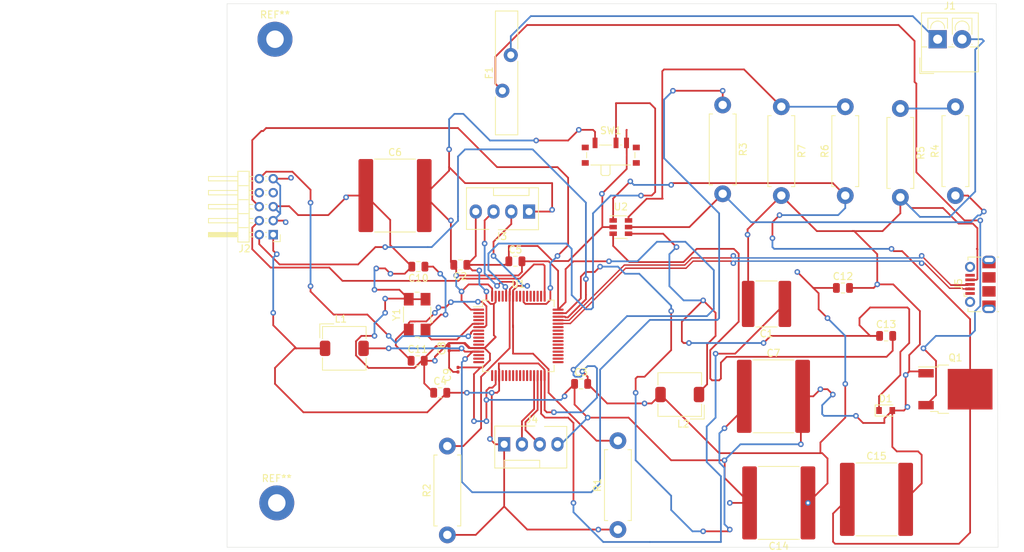
<source format=kicad_pcb>
(kicad_pcb (version 20171130) (host pcbnew "(5.1.6)-1")
  (layers (0 F.Cu signal) (1 In1.Cu power) (2 In2.Cu power) (31 B.Cu signal) (34 B.Paste user) (35 F.Paste user) (36 B.SilkS user) (37 F.SilkS user) (38 B.Mask user) (39 F.Mask user) (44 Edge.Cuts user))
  (net 0 "")
  (net 1 "Net-(C1-Pad1)")
  (net 2 GND)
  (net 3 +3V3)
  (net 4 "Net-(C7-Pad1)")
  (net 5 +3.3VA)
  (net 6 HSE_IN)
  (net 7 HSE_OUT)
  (net 8 Buck_BSW)
  (net 9 Buck_SW)
  (net 10 Buck_IN)
  (net 11 "Net-(F1-Pad1)")
  (net 12 +12V)
  (net 13 SWDIO)
  (net 14 SWCLK)
  (net 15 SWD)
  (net 16 "Net-(J2-Pad7)")
  (net 17 "Net-(J2-Pad8)")
  (net 18 NRST)
  (net 19 I2C1_SDA)
  (net 20 I2C1_SCL)
  (net 21 UART3_Tx)
  (net 22 UART3_Rx)
  (net 23 Buck_FB)
  (net 24 "Net-(R4-Pad2)")
  (net 25 Buck_EN)
  (net 26 BOOT0)
  (net 27 "Net-(U1-Pad2)")
  (net 28 "Net-(U1-Pad3)")
  (net 29 "Net-(U1-Pad4)")
  (net 30 "Net-(U1-Pad8)")
  (net 31 "Net-(U1-Pad9)")
  (net 32 "Net-(U1-Pad10)")
  (net 33 "Net-(U1-Pad11)")
  (net 34 "Net-(U1-Pad14)")
  (net 35 "Net-(U1-Pad15)")
  (net 36 "Net-(U1-Pad16)")
  (net 37 "Net-(U1-Pad17)")
  (net 38 "Net-(U1-Pad20)")
  (net 39 "Net-(U1-Pad21)")
  (net 40 "Net-(U1-Pad22)")
  (net 41 "Net-(U1-Pad23)")
  (net 42 "Net-(U1-Pad24)")
  (net 43 "Net-(U1-Pad25)")
  (net 44 "Net-(U1-Pad26)")
  (net 45 "Net-(U1-Pad27)")
  (net 46 "Net-(U1-Pad28)")
  (net 47 "Net-(U1-Pad33)")
  (net 48 "Net-(U1-Pad34)")
  (net 49 "Net-(U1-Pad35)")
  (net 50 "Net-(U1-Pad36)")
  (net 51 "Net-(U1-Pad37)")
  (net 52 "Net-(U1-Pad38)")
  (net 53 "Net-(U1-Pad39)")
  (net 54 "Net-(U1-Pad40)")
  (net 55 "Net-(U1-Pad41)")
  (net 56 "Net-(U1-Pad42)")
  (net 57 "Net-(U1-Pad43)")
  (net 58 USB_D-)
  (net 59 USB_D+)
  (net 60 "Net-(U1-Pad50)")
  (net 61 "Net-(U1-Pad51)")
  (net 62 "Net-(U1-Pad52)")
  (net 63 "Net-(U1-Pad53)")
  (net 64 "Net-(U1-Pad54)")
  (net 65 "Net-(U1-Pad56)")
  (net 66 "Net-(U1-Pad57)")
  (net 67 "Net-(U1-Pad61)")
  (net 68 "Net-(U1-Pad62)")
  (net 69 +5V)
  (net 70 "Net-(J5-Pad5)")
  (module MountingHole:MountingHole_2.5mm_Pad (layer F.Cu) (at 83.312 103.886)
    (fp_text reference REF** (at 0 -3.5) (layer F.SilkS))
    (fp_text value MountingHole_2.5mm_Pad)
    (pad 1 thru_hole circle (at 0 0) (size 5 5) (drill 2.5) (layers *.Cu *.Mask))
  )
  (module MountingHole:MountingHole_2.5mm_Pad (layer F.Cu) (at 83.058 37.592)
    (fp_text reference REF** (at 0 -3.5) (layer F.SilkS))
    (fp_text value MountingHole_2.5mm_Pad)
    (pad 1 thru_hole circle (at 0 0) (size 5 5) (drill 2.5) (layers *.Cu *.Mask))
  )
  (module Connector_USB:USB_Micro-B_Molex-105017-0001 (layer F.Cu) (at 183.896 72.644 90)
    (fp_text reference J5 (at 0 -3.1125 90) (layer F.SilkS))
    (fp_text value USB_B)
    (pad 6 smd rect (at -2.9 1.2375 90) (size 1.2 1.9) (layers F.Cu F.Mask))
    (pad 6 smd rect (at 2.9 1.2375 90) (size 1.2 1.9) (layers F.Cu F.Mask))
    (pad 6 thru_hole oval (at 3.5 1.2375 90) (size 1.2 1.9) (drill oval 0.6 1.3) (layers *.Cu *.Mask))
    (pad 6 thru_hole oval (at -3.5 1.2375 270) (size 1.2 1.9) (drill oval 0.6 1.3) (layers *.Cu *.Mask))
    (pad 6 smd rect (at -1 1.2375 90) (size 1.5 1.9) (layers F.Cu F.Paste F.Mask))
    (pad 6 thru_hole circle (at 2.5 -1.4625 90) (size 1.45 1.45) (drill 0.85) (layers *.Cu *.Mask))
    (pad 3 smd rect (at 0 -1.4625 90) (size 0.4 1.35) (layers F.Cu F.Paste F.Mask) (net 59 USB_D+))
    (pad 4 smd rect (at 0.65 -1.4625 90) (size 0.4 1.35) (layers F.Cu F.Paste F.Mask) (net 2 GND))
    (pad 5 smd rect (at 1.3 -1.4625 90) (size 0.4 1.35) (layers F.Cu F.Paste F.Mask) (net 70 "Net-(J5-Pad5)"))
    (pad 1 smd rect (at -1.3 -1.4625 90) (size 0.4 1.35) (layers F.Cu F.Paste F.Mask) (net 69 +5V))
    (pad 2 smd rect (at -0.65 -1.4625 90) (size 0.4 1.35) (layers F.Cu F.Paste F.Mask) (net 58 USB_D-))
    (pad 6 thru_hole circle (at -2.5 -1.4625 90) (size 1.45 1.45) (drill 0.85) (layers *.Cu *.Mask))
    (pad 6 smd rect (at 1 1.2375 90) (size 1.5 1.9) (layers F.Cu F.Paste F.Mask))
  )
  (module Package_QFP:LQFP-64_10x10mm_P0.5mm (layer F.Cu) (at 117.856 80.01)
    (fp_text reference U1 (at 0 -7.4) (layer F.SilkS))
    (fp_text value STM32F405RGT6)
    (pad 64 smd roundrect (at -3.75 -5.675) (size 0.3 1.55) (layers F.Cu F.Paste F.Mask) (net 3 +3V3))
    (pad 63 smd roundrect (at -3.25 -5.675) (size 0.3 1.55) (layers F.Cu F.Paste F.Mask) (net 2 GND))
    (pad 62 smd roundrect (at -2.75 -5.675) (size 0.3 1.55) (layers F.Cu F.Paste F.Mask) (net 68 "Net-(U1-Pad62)"))
    (pad 61 smd roundrect (at -2.25 -5.675) (size 0.3 1.55) (layers F.Cu F.Paste F.Mask) (net 67 "Net-(U1-Pad61)"))
    (pad 60 smd roundrect (at -1.75 -5.675) (size 0.3 1.55) (layers F.Cu F.Paste F.Mask) (net 26 BOOT0))
    (pad 59 smd roundrect (at -1.25 -5.675) (size 0.3 1.55) (layers F.Cu F.Paste F.Mask) (net 19 I2C1_SDA))
    (pad 58 smd roundrect (at -0.75 -5.675) (size 0.3 1.55) (layers F.Cu F.Paste F.Mask) (net 20 I2C1_SCL))
    (pad 57 smd roundrect (at -0.25 -5.675) (size 0.3 1.55) (layers F.Cu F.Paste F.Mask) (net 66 "Net-(U1-Pad57)"))
    (pad 56 smd roundrect (at 0.25 -5.675) (size 0.3 1.55) (layers F.Cu F.Paste F.Mask) (net 65 "Net-(U1-Pad56)"))
    (pad 55 smd roundrect (at 0.75 -5.675) (size 0.3 1.55) (layers F.Cu F.Paste F.Mask) (net 15 SWD))
    (pad 54 smd roundrect (at 1.25 -5.675) (size 0.3 1.55) (layers F.Cu F.Paste F.Mask) (net 64 "Net-(U1-Pad54)"))
    (pad 53 smd roundrect (at 1.75 -5.675) (size 0.3 1.55) (layers F.Cu F.Paste F.Mask) (net 63 "Net-(U1-Pad53)"))
    (pad 52 smd roundrect (at 2.25 -5.675) (size 0.3 1.55) (layers F.Cu F.Paste F.Mask) (net 62 "Net-(U1-Pad52)"))
    (pad 51 smd roundrect (at 2.75 -5.675) (size 0.3 1.55) (layers F.Cu F.Paste F.Mask) (net 61 "Net-(U1-Pad51)"))
    (pad 50 smd roundrect (at 3.25 -5.675) (size 0.3 1.55) (layers F.Cu F.Paste F.Mask) (net 60 "Net-(U1-Pad50)"))
    (pad 49 smd roundrect (at 3.75 -5.675) (size 0.3 1.55) (layers F.Cu F.Paste F.Mask) (net 14 SWCLK))
    (pad 48 smd roundrect (at 5.675 -3.75) (size 1.55 0.3) (layers F.Cu F.Paste F.Mask) (net 3 +3V3))
    (pad 47 smd roundrect (at 5.675 -3.25) (size 1.55 0.3) (layers F.Cu F.Paste F.Mask) (net 4 "Net-(C7-Pad1)"))
    (pad 46 smd roundrect (at 5.675 -2.75) (size 1.55 0.3) (layers F.Cu F.Paste F.Mask) (net 13 SWDIO))
    (pad 45 smd roundrect (at 5.675 -2.25) (size 1.55 0.3) (layers F.Cu F.Paste F.Mask) (net 59 USB_D+))
    (pad 44 smd roundrect (at 5.675 -1.75) (size 1.55 0.3) (layers F.Cu F.Paste F.Mask) (net 58 USB_D-))
    (pad 43 smd roundrect (at 5.675 -1.25) (size 1.55 0.3) (layers F.Cu F.Paste F.Mask) (net 57 "Net-(U1-Pad43)"))
    (pad 42 smd roundrect (at 5.675 -0.75) (size 1.55 0.3) (layers F.Cu F.Paste F.Mask) (net 56 "Net-(U1-Pad42)"))
    (pad 41 smd roundrect (at 5.675 -0.25) (size 1.55 0.3) (layers F.Cu F.Paste F.Mask) (net 55 "Net-(U1-Pad41)"))
    (pad 40 smd roundrect (at 5.675 0.25) (size 1.55 0.3) (layers F.Cu F.Paste F.Mask) (net 54 "Net-(U1-Pad40)"))
    (pad 39 smd roundrect (at 5.675 0.75) (size 1.55 0.3) (layers F.Cu F.Paste F.Mask) (net 53 "Net-(U1-Pad39)"))
    (pad 38 smd roundrect (at 5.675 1.25) (size 1.55 0.3) (layers F.Cu F.Paste F.Mask) (net 52 "Net-(U1-Pad38)"))
    (pad 37 smd roundrect (at 5.675 1.75) (size 1.55 0.3) (layers F.Cu F.Paste F.Mask) (net 51 "Net-(U1-Pad37)"))
    (pad 36 smd roundrect (at 5.675 2.25) (size 1.55 0.3) (layers F.Cu F.Paste F.Mask) (net 50 "Net-(U1-Pad36)"))
    (pad 35 smd roundrect (at 5.675 2.75) (size 1.55 0.3) (layers F.Cu F.Paste F.Mask) (net 49 "Net-(U1-Pad35)"))
    (pad 34 smd roundrect (at 5.675 3.25) (size 1.55 0.3) (layers F.Cu F.Paste F.Mask) (net 48 "Net-(U1-Pad34)"))
    (pad 33 smd roundrect (at 5.675 3.75) (size 1.55 0.3) (layers F.Cu F.Paste F.Mask) (net 47 "Net-(U1-Pad33)"))
    (pad 32 smd roundrect (at 3.75 5.675) (size 0.3 1.55) (layers F.Cu F.Paste F.Mask) (net 3 +3V3))
    (pad 31 smd roundrect (at 3.25 5.675) (size 0.3 1.55) (layers F.Cu F.Paste F.Mask) (net 1 "Net-(C1-Pad1)"))
    (pad 30 smd roundrect (at 2.75 5.675) (size 0.3 1.55) (layers F.Cu F.Paste F.Mask) (net 22 UART3_Rx))
    (pad 29 smd roundrect (at 2.25 5.675) (size 0.3 1.55) (layers F.Cu F.Paste F.Mask) (net 21 UART3_Tx))
    (pad 28 smd roundrect (at 1.75 5.675) (size 0.3 1.55) (layers F.Cu F.Paste F.Mask) (net 46 "Net-(U1-Pad28)"))
    (pad 27 smd roundrect (at 1.25 5.675) (size 0.3 1.55) (layers F.Cu F.Paste F.Mask) (net 45 "Net-(U1-Pad27)"))
    (pad 26 smd roundrect (at 0.75 5.675) (size 0.3 1.55) (layers F.Cu F.Paste F.Mask) (net 44 "Net-(U1-Pad26)"))
    (pad 25 smd roundrect (at 0.25 5.675) (size 0.3 1.55) (layers F.Cu F.Paste F.Mask) (net 43 "Net-(U1-Pad25)"))
    (pad 24 smd roundrect (at -0.25 5.675) (size 0.3 1.55) (layers F.Cu F.Paste F.Mask) (net 42 "Net-(U1-Pad24)"))
    (pad 23 smd roundrect (at -0.75 5.675) (size 0.3 1.55) (layers F.Cu F.Paste F.Mask) (net 41 "Net-(U1-Pad23)"))
    (pad 22 smd roundrect (at -1.25 5.675) (size 0.3 1.55) (layers F.Cu F.Paste F.Mask) (net 40 "Net-(U1-Pad22)"))
    (pad 21 smd roundrect (at -1.75 5.675) (size 0.3 1.55) (layers F.Cu F.Paste F.Mask) (net 39 "Net-(U1-Pad21)"))
    (pad 20 smd roundrect (at -2.25 5.675) (size 0.3 1.55) (layers F.Cu F.Paste F.Mask) (net 38 "Net-(U1-Pad20)"))
    (pad 19 smd roundrect (at -2.75 5.675) (size 0.3 1.55) (layers F.Cu F.Paste F.Mask) (net 3 +3V3))
    (pad 18 smd roundrect (at -3.25 5.675) (size 0.3 1.55) (layers F.Cu F.Paste F.Mask) (net 2 GND))
    (pad 17 smd roundrect (at -3.75 5.675) (size 0.3 1.55) (layers F.Cu F.Paste F.Mask) (net 37 "Net-(U1-Pad17)"))
    (pad 16 smd roundrect (at -5.675 3.75) (size 1.55 0.3) (layers F.Cu F.Paste F.Mask) (net 36 "Net-(U1-Pad16)"))
    (pad 15 smd roundrect (at -5.675 3.25) (size 1.55 0.3) (layers F.Cu F.Paste F.Mask) (net 35 "Net-(U1-Pad15)"))
    (pad 14 smd roundrect (at -5.675 2.75) (size 1.55 0.3) (layers F.Cu F.Paste F.Mask) (net 34 "Net-(U1-Pad14)"))
    (pad 13 smd roundrect (at -5.675 2.25) (size 1.55 0.3) (layers F.Cu F.Paste F.Mask) (net 5 +3.3VA))
    (pad 12 smd roundrect (at -5.675 1.75) (size 1.55 0.3) (layers F.Cu F.Paste F.Mask) (net 2 GND))
    (pad 11 smd roundrect (at -5.675 1.25) (size 1.55 0.3) (layers F.Cu F.Paste F.Mask) (net 33 "Net-(U1-Pad11)"))
    (pad 10 smd roundrect (at -5.675 0.75) (size 1.55 0.3) (layers F.Cu F.Paste F.Mask) (net 32 "Net-(U1-Pad10)"))
    (pad 9 smd roundrect (at -5.675 0.25) (size 1.55 0.3) (layers F.Cu F.Paste F.Mask) (net 31 "Net-(U1-Pad9)"))
    (pad 8 smd roundrect (at -5.675 -0.25) (size 1.55 0.3) (layers F.Cu F.Paste F.Mask) (net 30 "Net-(U1-Pad8)"))
    (pad 7 smd roundrect (at -5.675 -0.75) (size 1.55 0.3) (layers F.Cu F.Paste F.Mask) (net 18 NRST))
    (pad 6 smd roundrect (at -5.675 -1.25) (size 1.55 0.3) (layers F.Cu F.Paste F.Mask) (net 7 HSE_OUT))
    (pad 5 smd roundrect (at -5.675 -1.75) (size 1.55 0.3) (layers F.Cu F.Paste F.Mask) (net 6 HSE_IN))
    (pad 4 smd roundrect (at -5.675 -2.25) (size 1.55 0.3) (layers F.Cu F.Paste F.Mask) (net 29 "Net-(U1-Pad4)"))
    (pad 3 smd roundrect (at -5.675 -2.75) (size 1.55 0.3) (layers F.Cu F.Paste F.Mask) (net 28 "Net-(U1-Pad3)"))
    (pad 2 smd roundrect (at -5.675 -3.25) (size 1.55 0.3) (layers F.Cu F.Paste F.Mask) (net 27 "Net-(U1-Pad2)"))
    (pad 1 smd roundrect (at -5.675 -3.75) (size 1.55 0.3) (layers F.Cu F.Paste F.Mask) (net 3 +3V3))
  )
  (module TerminalBlock_4Ucon:TerminalBlock_4Ucon_1x02_P3.50mm_Vertical (layer F.Cu) (at 177.8 37.592)
    (fp_text reference J1 (at 1.75 -4.76) (layer F.SilkS))
    (fp_text value Screw_Terminal_01x02)
    (pad 2 thru_hole circle (at 3.5 0) (size 2.6 2.6) (drill 1.3) (layers *.Cu *.Mask) (net 2 GND))
    (pad 1 thru_hole rect (at 0 0) (size 2.6 2.6) (drill 1.3) (layers *.Cu *.Mask) (net 12 +12V))
  )
  (module Connector_PinHeader_2.00mm:PinHeader_2x05_P2.00mm_Horizontal (layer F.Cu) (at 82.804 65.532 180)
    (fp_text reference J2 (at 4.1 -2) (layer F.SilkS))
    (fp_text value Conn_02x05_Odd_Even)
    (pad 10 thru_hole oval (at 2 8 180) (size 1.35 1.35) (drill 0.8) (layers *.Cu *.Mask) (net 18 NRST))
    (pad 9 thru_hole oval (at 0 8 180) (size 1.35 1.35) (drill 0.8) (layers *.Cu *.Mask) (net 2 GND))
    (pad 8 thru_hole oval (at 2 6 180) (size 1.35 1.35) (drill 0.8) (layers *.Cu *.Mask) (net 17 "Net-(J2-Pad8)"))
    (pad 7 thru_hole oval (at 0 6 180) (size 1.35 1.35) (drill 0.8) (layers *.Cu *.Mask) (net 16 "Net-(J2-Pad7)"))
    (pad 6 thru_hole oval (at 2 4 180) (size 1.35 1.35) (drill 0.8) (layers *.Cu *.Mask) (net 15 SWD))
    (pad 5 thru_hole oval (at 0 4 180) (size 1.35 1.35) (drill 0.8) (layers *.Cu *.Mask) (net 2 GND))
    (pad 4 thru_hole oval (at 2 2 180) (size 1.35 1.35) (drill 0.8) (layers *.Cu *.Mask) (net 14 SWCLK))
    (pad 3 thru_hole oval (at 0 2 180) (size 1.35 1.35) (drill 0.8) (layers *.Cu *.Mask) (net 2 GND))
    (pad 2 thru_hole oval (at 2 0 180) (size 1.35 1.35) (drill 0.8) (layers *.Cu *.Mask) (net 13 SWDIO))
    (pad 1 thru_hole rect (at 0 0 180) (size 1.35 1.35) (drill 0.8) (layers *.Cu *.Mask) (net 3 +3V3))
  )
  (module Capacitor_SMD:C_2225_5664Metric_Pad1.80x6.60mm_HandSolder (layer F.Cu) (at 153.331 75.438 180)
    (fp_text reference C1 (at 0 -4.25) (layer F.SilkS))
    (fp_text value 2u2)
    (pad 1 smd roundrect (at -2.625 0 180) (size 1.8 6.6) (layers F.Cu F.Paste F.Mask) (roundrect_rratio 0.138889) (net 1 "Net-(C1-Pad1)"))
    (pad 2 smd roundrect (at 2.625 0 180) (size 1.8 6.6) (layers F.Cu F.Paste F.Mask) (roundrect_rratio 0.138889) (net 2 GND))
  )
  (module Capacitor_SMD:C_0805_2012Metric (layer F.Cu) (at 109.5525 69.85 180)
    (fp_text reference C2 (at 0 -1.65) (layer F.SilkS))
    (fp_text value 100n)
    (pad 2 smd roundrect (at 0.9375 0 180) (size 0.975 1.4) (layers F.Cu F.Paste F.Mask) (net 3 +3V3))
    (pad 1 smd roundrect (at -0.9375 0 180) (size 0.975 1.4) (layers F.Cu F.Paste F.Mask) (net 2 GND))
  )
  (module Capacitor_SMD:C_0805_2012Metric (layer F.Cu) (at 126.8245 86.868)
    (fp_text reference C3 (at 0 -1.65) (layer F.SilkS))
    (fp_text value 100n)
    (pad 1 smd roundrect (at -0.9375 0) (size 0.975 1.4) (layers F.Cu F.Paste F.Mask) (net 2 GND))
    (pad 2 smd roundrect (at 0.9375 0) (size 0.975 1.4) (layers F.Cu F.Paste F.Mask) (net 3 +3V3))
  )
  (module Capacitor_SMD:C_0805_2012Metric (layer F.Cu) (at 106.68 88.138)
    (fp_text reference C4 (at 0 -1.65) (layer F.SilkS))
    (fp_text value 100n)
    (pad 2 smd roundrect (at 0.9375 0) (size 0.975 1.4) (layers F.Cu F.Paste F.Mask) (net 3 +3V3))
    (pad 1 smd roundrect (at -0.9375 0) (size 0.975 1.4) (layers F.Cu F.Paste F.Mask) (net 2 GND))
  )
  (module Capacitor_SMD:C_0805_2012Metric (layer F.Cu) (at 117.4265 69.342)
    (fp_text reference C5 (at 0 -1.65) (layer F.SilkS))
    (fp_text value 100n)
    (pad 1 smd roundrect (at -0.9375 0) (size 0.975 1.4) (layers F.Cu F.Paste F.Mask) (net 2 GND))
    (pad 2 smd roundrect (at 0.9375 0) (size 0.975 1.4) (layers F.Cu F.Paste F.Mask) (net 3 +3V3))
  )
  (module Capacitor_SMD:C_3640_9110Metric_Pad2.10x10.45mm_HandSolder (layer F.Cu) (at 100.219 59.944)
    (fp_text reference C6 (at 0 -6.18) (layer F.SilkS))
    (fp_text value 4u7)
    (pad 1 smd roundrect (at -4.175 0) (size 2.1 10.45) (layers F.Cu F.Paste F.Mask) (roundrect_rratio 0.119048) (net 2 GND))
    (pad 2 smd roundrect (at 4.175 0) (size 2.1 10.45) (layers F.Cu F.Paste F.Mask) (roundrect_rratio 0.119048) (net 3 +3V3))
  )
  (module Capacitor_SMD:C_3640_9110Metric_Pad2.10x10.45mm_HandSolder (layer F.Cu) (at 154.321 88.646)
    (fp_text reference C7 (at 0 -6.18) (layer F.SilkS))
    (fp_text value 2u2)
    (pad 2 smd roundrect (at 4.175 0) (size 2.1 10.45) (layers F.Cu F.Paste F.Mask) (roundrect_rratio 0.119048) (net 2 GND))
    (pad 1 smd roundrect (at -4.175 0) (size 2.1 10.45) (layers F.Cu F.Paste F.Mask) (roundrect_rratio 0.119048) (net 4 "Net-(C7-Pad1)"))
  )
  (module Capacitor_SMD:C_0201_0603Metric (layer F.Cu) (at 107.95 81.788 90)
    (fp_text reference C8 (at 0 -1.05 90) (layer F.SilkS))
    (fp_text value 1u)
    (pad 1 smd roundrect (at -0.32 0 90) (size 0.46 0.4) (layers F.Cu F.Mask) (net 5 +3.3VA))
    (pad 2 smd roundrect (at 0.32 0 90) (size 0.46 0.4) (layers F.Cu F.Mask) (net 2 GND))
  )
  (module Capacitor_SMD:C_0201_0603Metric (layer F.Cu) (at 109.22 84.836 90)
    (fp_text reference C9 (at -0.762 -1.524 90) (layer F.SilkS))
    (fp_text value 100n)
    (pad 2 smd roundrect (at 0.32 0 90) (size 0.46 0.4) (layers F.Cu F.Mask) (net 2 GND))
    (pad 1 smd roundrect (at -0.32 0 90) (size 0.46 0.4) (layers F.Cu F.Mask) (net 5 +3.3VA))
  )
  (module Capacitor_SMD:C_0805_2012Metric (layer F.Cu) (at 103.5535 70.104 180)
    (fp_text reference C10 (at 0 -1.65) (layer F.SilkS))
    (fp_text value 12p)
    (pad 1 smd roundrect (at -0.9375 0 180) (size 0.975 1.4) (layers F.Cu F.Paste F.Mask) (net 6 HSE_IN))
    (pad 2 smd roundrect (at 0.9375 0 180) (size 0.975 1.4) (layers F.Cu F.Paste F.Mask) (net 2 GND))
  )
  (module Capacitor_SMD:C_0805_2012Metric (layer F.Cu) (at 103.4565 83.566)
    (fp_text reference C11 (at 0 -1.65) (layer F.SilkS))
    (fp_text value 12p)
    (pad 2 smd roundrect (at 0.9375 0) (size 0.975 1.4) (layers F.Cu F.Paste F.Mask) (net 2 GND))
    (pad 1 smd roundrect (at -0.9375 0) (size 0.975 1.4) (layers F.Cu F.Paste F.Mask) (net 7 HSE_OUT))
  )
  (module Capacitor_SMD:C_0805_2012Metric (layer F.Cu) (at 164.2595 73.152)
    (fp_text reference C12 (at 0 -1.65) (layer F.SilkS))
    (fp_text value 10u)
    (pad 1 smd roundrect (at -0.9375 0) (size 0.975 1.4) (layers F.Cu F.Paste F.Mask) (net 3 +3V3))
    (pad 2 smd roundrect (at 0.9375 0) (size 0.975 1.4) (layers F.Cu F.Paste F.Mask) (net 2 GND))
  )
  (module Capacitor_SMD:C_0805_2012Metric (layer F.Cu) (at 170.434 80.01)
    (fp_text reference C13 (at 0 -1.65) (layer F.SilkS))
    (fp_text value 10u)
    (pad 2 smd roundrect (at 0.9375 0) (size 0.975 1.4) (layers F.Cu F.Paste F.Mask) (net 8 Buck_BSW))
    (pad 1 smd roundrect (at -0.9375 0) (size 0.975 1.4) (layers F.Cu F.Paste F.Mask) (net 9 Buck_SW))
  )
  (module Capacitor_SMD:C_3640_9110Metric_Pad2.10x10.45mm_HandSolder (layer F.Cu) (at 155.083 103.886 180)
    (fp_text reference C14 (at 0 -6.18) (layer F.SilkS))
    (fp_text value 10u)
    (pad 1 smd roundrect (at -4.175 0 180) (size 2.1 10.45) (layers F.Cu F.Paste F.Mask) (roundrect_rratio 0.119048) (net 3 +3V3))
    (pad 2 smd roundrect (at 4.175 0 180) (size 2.1 10.45) (layers F.Cu F.Paste F.Mask) (roundrect_rratio 0.119048) (net 2 GND))
  )
  (module Capacitor_SMD:C_3640_9110Metric_Pad2.10x10.45mm_HandSolder (layer F.Cu) (at 169.053 103.378)
    (fp_text reference C15 (at 0 -6.18) (layer F.SilkS))
    (fp_text value 1ou)
    (pad 2 smd roundrect (at 4.175 0) (size 2.1 10.45) (layers F.Cu F.Paste F.Mask) (roundrect_rratio 0.119048) (net 2 GND))
    (pad 1 smd roundrect (at -4.175 0) (size 2.1 10.45) (layers F.Cu F.Paste F.Mask) (roundrect_rratio 0.119048) (net 10 Buck_IN))
  )
  (module Diode_SMD:D_SOD-110 (layer F.Cu) (at 170.368 90.678)
    (fp_text reference D1 (at 0 -1.7) (layer F.SilkS))
    (fp_text value D_Schottky)
    (pad 1 smd rect (at -0.95 0) (size 0.8 1) (layers F.Cu F.Paste F.Mask) (net 9 Buck_SW))
    (pad 2 smd rect (at 0.95 0) (size 0.8 1) (layers F.Cu F.Paste F.Mask) (net 2 GND))
  )
  (module Fuse:Fuse_Bourns_MF-RG1100 (layer F.Cu) (at 115.57 44.958 90)
    (fp_text reference F1 (at 2.55 -1.9 90) (layer F.SilkS))
    (fp_text value Polyfuse)
    (pad 1 thru_hole circle (at 0 0 90) (size 2.01 2.01) (drill 1.01) (layers *.Cu *.Mask) (net 11 "Net-(F1-Pad1)"))
    (pad 2 thru_hole circle (at 5.1 1.2 90) (size 2.01 2.01) (drill 1.01) (layers *.Cu *.Mask) (net 12 +12V))
  )
  (module Connector:FanPinHeader_1x04_P2.54mm_Vertical (layer F.Cu) (at 119.38 62.23 180)
    (fp_text reference J3 (at 4 -3.55) (layer F.SilkS))
    (fp_text value Conn_01x04)
    (pad "" np_thru_hole circle (at 5.08 -2.16 270) (size 1.1 1.1) (drill 1.1) (layers *.Cu *.Mask))
    (pad 4 thru_hole oval (at 7.62 0 270) (size 2.03 1.73) (drill 1.02) (layers *.Cu *.Mask) (net 2 GND))
    (pad 3 thru_hole oval (at 5.08 0 270) (size 2.03 1.73) (drill 1.02) (layers *.Cu *.Mask) (net 19 I2C1_SDA))
    (pad 2 thru_hole oval (at 2.54 0 270) (size 2.03 1.73) (drill 1.02) (layers *.Cu *.Mask) (net 20 I2C1_SCL))
    (pad 1 thru_hole rect (at 0 0 270) (size 2.03 1.73) (drill 1.02) (layers *.Cu *.Mask) (net 3 +3V3))
  )
  (module Connector:FanPinHeader_1x04_P2.54mm_Vertical (layer F.Cu) (at 115.824 95.504)
    (fp_text reference J4 (at 4 -3.55) (layer F.SilkS))
    (fp_text value Conn_01x04)
    (pad 1 thru_hole rect (at 0 0 90) (size 2.03 1.73) (drill 1.02) (layers *.Cu *.Mask) (net 3 +3V3))
    (pad 2 thru_hole oval (at 2.54 0 90) (size 2.03 1.73) (drill 1.02) (layers *.Cu *.Mask) (net 21 UART3_Tx))
    (pad 3 thru_hole oval (at 5.08 0 90) (size 2.03 1.73) (drill 1.02) (layers *.Cu *.Mask) (net 22 UART3_Rx))
    (pad 4 thru_hole oval (at 7.62 0 90) (size 2.03 1.73) (drill 1.02) (layers *.Cu *.Mask) (net 2 GND))
    (pad "" np_thru_hole circle (at 5.08 -2.16 90) (size 1.1 1.1) (drill 1.1) (layers *.Cu *.Mask))
  )
  (module Inductor_SMD:L_TDK_SLF6025 (layer F.Cu) (at 92.964 81.788)
    (fp_text reference L1 (at -0.5 -4.2) (layer F.SilkS))
    (fp_text value 39n)
    (fp_text user "" (at -49 0.05) (layer F.SilkS) (effects (font (size 3 3))))
    (pad 2 smd roundrect (at 2.75 0) (size 1.5 2.2) (layers F.Cu F.Paste F.Mask) (net 5 +3.3VA))
    (pad 1 smd roundrect (at -2.75 0) (size 1.5 2.2) (layers F.Cu F.Paste F.Mask) (net 3 +3V3))
  )
  (module Inductor_SMD:L_TDK_SLF6025 (layer F.Cu) (at 140.926 88.392 180)
    (fp_text reference L2 (at -0.5 -4.2) (layer F.SilkS))
    (fp_text value 10n)
    (fp_text user "" (at -49 0.05) (layer F.SilkS) (effects (font (size 3 3))))
    (pad 1 smd roundrect (at -2.75 0 180) (size 1.5 2.2) (layers F.Cu F.Paste F.Mask) (net 9 Buck_SW))
    (pad 2 smd roundrect (at 2.75 0 180) (size 1.5 2.2) (layers F.Cu F.Paste F.Mask) (net 3 +3V3))
  )
  (module Package_TO_SOT_SMD:TO-252-2 (layer F.Cu) (at 180.34 87.63)
    (fp_text reference Q1 (at 0 -4.5) (layer F.SilkS))
    (fp_text value QM6006D)
    (pad 1 smd rect (at -4.2 -2.28) (size 2.2 1.2) (layers F.Cu F.Paste F.Mask) (net 2 GND))
    (pad 3 smd rect (at -4.2 2.28) (size 2.2 1.2) (layers F.Cu F.Paste F.Mask) (net 11 "Net-(F1-Pad1)"))
    (pad 2 smd rect (at 2.1 0) (size 6.4 5.8) (layers F.Cu F.Mask) (net 10 Buck_IN))
  )
  (module Resistor_THT:R_Axial_DIN0411_L9.9mm_D3.6mm_P12.70mm_Horizontal (layer F.Cu) (at 132.08 107.696 90)
    (fp_text reference R1 (at 6.35 -2.92 90) (layer F.SilkS))
    (fp_text value 2k2)
    (pad 1 thru_hole circle (at 0 0 90) (size 2.4 2.4) (drill 1.2) (layers *.Cu *.Mask) (net 3 +3V3))
    (pad 2 thru_hole oval (at 12.7 0 90) (size 2.4 2.4) (drill 1.2) (layers *.Cu *.Mask) (net 20 I2C1_SCL))
  )
  (module Resistor_THT:R_Axial_DIN0411_L9.9mm_D3.6mm_P12.70mm_Horizontal (layer F.Cu) (at 107.696 108.458 90)
    (fp_text reference R2 (at 6.35 -2.92 90) (layer F.SilkS))
    (fp_text value 2k2)
    (pad 2 thru_hole oval (at 12.7 0 90) (size 2.4 2.4) (drill 1.2) (layers *.Cu *.Mask) (net 19 I2C1_SDA))
    (pad 1 thru_hole circle (at 0 0 90) (size 2.4 2.4) (drill 1.2) (layers *.Cu *.Mask) (net 3 +3V3))
  )
  (module Resistor_THT:R_Axial_DIN0411_L9.9mm_D3.6mm_P12.70mm_Horizontal (layer F.Cu) (at 147.066 46.99 270)
    (fp_text reference R3 (at 6.35 -2.92 90) (layer F.SilkS))
    (fp_text value 47k)
    (pad 1 thru_hole circle (at 0 0 270) (size 2.4 2.4) (drill 1.2) (layers *.Cu *.Mask) (net 5 +3.3VA))
    (pad 2 thru_hole oval (at 12.7 0 270) (size 2.4 2.4) (drill 1.2) (layers *.Cu *.Mask) (net 23 Buck_FB))
  )
  (module Resistor_THT:R_Axial_DIN0411_L9.9mm_D3.6mm_P12.70mm_Horizontal (layer F.Cu) (at 180.34 59.944 90)
    (fp_text reference R4 (at 6.35 -2.92 90) (layer F.SilkS))
    (fp_text value 15k)
    (pad 2 thru_hole oval (at 12.7 0 90) (size 2.4 2.4) (drill 1.2) (layers *.Cu *.Mask) (net 24 "Net-(R4-Pad2)"))
    (pad 1 thru_hole circle (at 0 0 90) (size 2.4 2.4) (drill 1.2) (layers *.Cu *.Mask) (net 23 Buck_FB))
  )
  (module Resistor_THT:R_Axial_DIN0411_L9.9mm_D3.6mm_P12.70mm_Horizontal (layer F.Cu) (at 172.466 47.498 270)
    (fp_text reference R5 (at 6.35 -2.92 90) (layer F.SilkS))
    (fp_text value 270)
    (pad 1 thru_hole circle (at 0 0 270) (size 2.4 2.4) (drill 1.2) (layers *.Cu *.Mask) (net 24 "Net-(R4-Pad2)"))
    (pad 2 thru_hole oval (at 12.7 0 270) (size 2.4 2.4) (drill 1.2) (layers *.Cu *.Mask) (net 2 GND))
  )
  (module Resistor_THT:R_Axial_DIN0411_L9.9mm_D3.6mm_P12.70mm_Horizontal (layer F.Cu) (at 164.592 59.944 90)
    (fp_text reference R6 (at 6.35 -2.92 90) (layer F.SilkS))
    (fp_text value 100k)
    (pad 1 thru_hole circle (at 0 0 90) (size 2.4 2.4) (drill 1.2) (layers *.Cu *.Mask) (net 10 Buck_IN))
    (pad 2 thru_hole oval (at 12.7 0 90) (size 2.4 2.4) (drill 1.2) (layers *.Cu *.Mask) (net 25 Buck_EN))
  )
  (module Resistor_THT:R_Axial_DIN0411_L9.9mm_D3.6mm_P12.70mm_Horizontal (layer F.Cu) (at 155.448 47.244 270)
    (fp_text reference R7 (at 6.35 -2.92 90) (layer F.SilkS))
    (fp_text value 68k)
    (pad 2 thru_hole oval (at 12.7 0 270) (size 2.4 2.4) (drill 1.2) (layers *.Cu *.Mask) (net 2 GND))
    (pad 1 thru_hole circle (at 0 0 270) (size 2.4 2.4) (drill 1.2) (layers *.Cu *.Mask) (net 25 Buck_EN))
  )
  (module Button_Switch_SMD:SW_SPDT_PCM12 (layer F.Cu) (at 131.064 53.848)
    (fp_text reference SW1 (at 0 -3.2) (layer F.SilkS))
    (fp_text value SW_SPDT)
    (pad "" np_thru_hole circle (at -1.5 0.33) (size 0.9 0.9) (drill 0.9) (layers *.Cu *.Mask))
    (pad "" np_thru_hole circle (at 1.5 0.33) (size 0.9 0.9) (drill 0.9) (layers *.Cu *.Mask))
    (pad 1 smd rect (at -2.25 -1.43) (size 0.7 1.5) (layers F.Cu F.Paste F.Mask) (net 3 +3V3))
    (pad 2 smd rect (at 0.75 -1.43) (size 0.7 1.5) (layers F.Cu F.Paste F.Mask) (net 26 BOOT0))
    (pad 3 smd rect (at 2.25 -1.43) (size 0.7 1.5) (layers F.Cu F.Paste F.Mask) (net 2 GND))
    (pad "" smd rect (at -3.65 1.43) (size 1 0.8) (layers F.Cu F.Paste F.Mask))
    (pad "" smd rect (at 3.65 1.43) (size 1 0.8) (layers F.Cu F.Paste F.Mask))
    (pad "" smd rect (at 3.65 -0.78) (size 1 0.8) (layers F.Cu F.Paste F.Mask))
    (pad "" smd rect (at -3.65 -0.78) (size 1 0.8) (layers F.Cu F.Paste F.Mask))
  )
  (module Package_TO_SOT_SMD:SOT-23-6 (layer F.Cu) (at 132.504 64.45)
    (fp_text reference U2 (at 0 -2.9) (layer F.SilkS))
    (fp_text value RY8121)
    (pad 1 smd rect (at -1.1 -0.95) (size 1.06 0.65) (layers F.Cu F.Paste F.Mask) (net 10 Buck_IN))
    (pad 2 smd rect (at -1.1 0) (size 1.06 0.65) (layers F.Cu F.Paste F.Mask) (net 2 GND))
    (pad 3 smd rect (at -1.1 0.95) (size 1.06 0.65) (layers F.Cu F.Paste F.Mask) (net 8 Buck_BSW))
    (pad 4 smd rect (at 1.1 0.95) (size 1.06 0.65) (layers F.Cu F.Paste F.Mask) (net 9 Buck_SW))
    (pad 6 smd rect (at 1.1 -0.95) (size 1.06 0.65) (layers F.Cu F.Paste F.Mask) (net 25 Buck_EN))
    (pad 5 smd rect (at 1.1 0) (size 1.06 0.65) (layers F.Cu F.Paste F.Mask) (net 23 Buck_FB))
  )
  (module Crystal:Crystal_SMD_0603-4Pin_6.0x3.5mm (layer F.Cu) (at 103.378 76.962 90)
    (fp_text reference Y1 (at 0 -2.95 90) (layer F.SilkS))
    (fp_text value 16MHz)
    (pad 1 smd rect (at -2.2 1.2 90) (size 1.8 1.4) (layers F.Cu F.Paste F.Mask) (net 6 HSE_IN))
    (pad 2 smd rect (at 2.2 1.2 90) (size 1.8 1.4) (layers F.Cu F.Paste F.Mask) (net 2 GND))
    (pad 3 smd rect (at 2.2 -1.2 90) (size 1.8 1.4) (layers F.Cu F.Paste F.Mask) (net 2 GND))
    (pad 4 smd rect (at -2.2 -1.2 90) (size 1.8 1.4) (layers F.Cu F.Paste F.Mask) (net 7 HSE_OUT))
  )
  (gr_line (start 76.2 32.512) (end 114.808 32.512) (layer Edge.Cuts) (width 0.05))
  (gr_line (start 76.2 110.236) (end 76.2 32.512) (layer Edge.Cuts) (width 0.05))
  (gr_line (start 186.436 110.236) (end 76.2 110.236) (layer Edge.Cuts) (width 0.05))
  (gr_line (start 186.182 32.512) (end 186.436 110.236) (layer Edge.Cuts) (width 0.05))
  (gr_line (start 114.808 32.512) (end 186.182 32.512) (layer Edge.Cuts) (width 0.05))
  (segment (start 121.106 85.685) (end 121.106 91.134) (width 0.25) (layer F.Cu) (net 1))
  (segment (start 121.106 91.134) (end 121.666 91.694) (width 0.25) (layer F.Cu) (net 1))
  (segment (start 121.666 91.694) (end 124.46 91.694) (width 0.25) (layer F.Cu) (net 1))
  (segment (start 124.46 91.694) (end 124.968 91.694) (width 0.25) (layer F.Cu) (net 1))
  (segment (start 124.968 91.694) (end 125.73 92.456) (width 0.25) (layer F.Cu) (net 1))
  (via (at 125.73 103.886) (size 0.8) (drill 0.4) (layers F.Cu B.Cu) (net 1))
  (segment (start 125.73 92.456) (end 125.73 103.886) (width 0.25) (layer F.Cu) (net 1))
  (segment (start 125.73 105.213002) (end 129.990998 109.474) (width 0.25) (layer B.Cu) (net 1))
  (segment (start 125.73 103.886) (end 125.73 105.213002) (width 0.25) (layer B.Cu) (net 1))
  (segment (start 129.990998 109.474) (end 136.652 109.474) (width 0.25) (layer B.Cu) (net 1))
  (segment (start 136.652 109.474) (end 146.812 109.474) (width 0.25) (layer B.Cu) (net 1))
  (segment (start 146.812 109.474) (end 146.812 100.076) (width 0.25) (layer B.Cu) (net 1))
  (segment (start 146.812 100.076) (end 144.78 98.044) (width 0.25) (layer B.Cu) (net 1))
  (segment (start 144.78 98.044) (end 144.78 92.964) (width 0.25) (layer B.Cu) (net 1))
  (segment (start 144.78 92.964) (end 146.05 91.694) (width 0.25) (layer B.Cu) (net 1))
  (via (at 146.05 82.55) (size 0.8) (drill 0.4) (layers F.Cu B.Cu) (net 1))
  (segment (start 146.05 91.694) (end 146.05 82.55) (width 0.25) (layer B.Cu) (net 1))
  (segment (start 148.844 82.55) (end 155.956 75.438) (width 0.25) (layer F.Cu) (net 1))
  (segment (start 146.05 82.55) (end 148.844 82.55) (width 0.25) (layer F.Cu) (net 1))
  (via (at 85.344 57.404) (size 0.8) (drill 0.4) (layers F.Cu B.Cu) (net 2))
  (via (at 84.582 63.754) (size 0.8) (drill 0.4) (layers F.Cu B.Cu) (net 2))
  (via (at 99.568 71.12) (size 0.8) (drill 0.4) (layers F.Cu B.Cu) (net 2))
  (via (at 98.806 74.676) (size 0.8) (drill 0.4) (layers F.Cu B.Cu) (net 2))
  (via (at 161.036 87.63) (size 0.8) (drill 0.4) (layers F.Cu B.Cu) (net 2))
  (via (at 150.622 65.532) (size 0.8) (drill 0.4) (layers F.Cu B.Cu) (net 2))
  (via (at 169.164 72.644) (size 0.8) (drill 0.4) (layers F.Cu B.Cu) (net 2))
  (via (at 172.466 60.198) (size 0.8) (drill 0.4) (layers F.Cu B.Cu) (net 2))
  (via (at 173.228 85.598) (size 0.8) (drill 0.4) (layers F.Cu B.Cu) (net 2))
  (via (at 173.482 90.17) (size 0.8) (drill 0.4) (layers F.Cu B.Cu) (net 2))
  (via (at 148.082 103.886) (size 0.8) (drill 0.4) (layers F.Cu B.Cu) (net 2))
  (via (at 93.218 60.198) (size 0.8) (drill 0.4) (layers F.Cu B.Cu) (net 2))
  (via (at 129.794 59.69) (size 0.8) (drill 0.4) (layers F.Cu B.Cu) (net 2))
  (via (at 155.448 59.944) (size 0.8) (drill 0.4) (layers F.Cu B.Cu) (net 2))
  (segment (start 104.394 86.7895) (end 105.7425 88.138) (width 0.25) (layer F.Cu) (net 2))
  (segment (start 104.394 83.566) (end 104.394 83.566) (width 0.25) (layer F.Cu) (net 2))
  (segment (start 113.021702 81.76) (end 112.181 81.76) (width 0.25) (layer F.Cu) (net 2))
  (segment (start 113.792 82.530298) (end 113.021702 81.76) (width 0.25) (layer F.Cu) (net 2))
  (segment (start 112.765702 84.516) (end 113.792 83.489702) (width 0.25) (layer F.Cu) (net 2))
  (segment (start 113.792 83.489702) (end 113.792 82.530298) (width 0.25) (layer F.Cu) (net 2))
  (segment (start 104.394 83.566) (end 104.394 86.7895) (width 0.25) (layer F.Cu) (net 2))
  (via (at 105.918 83.566) (size 0.8) (drill 0.4) (layers F.Cu B.Cu) (net 2))
  (segment (start 104.394 83.566) (end 105.918 83.566) (width 0.25) (layer F.Cu) (net 2))
  (segment (start 105.918 83.000315) (end 107.450315 81.468) (width 0.25) (layer F.Cu) (net 2))
  (segment (start 107.450315 81.468) (end 107.95 81.468) (width 0.25) (layer F.Cu) (net 2))
  (segment (start 93.472 59.944) (end 93.218 60.198) (width 0.25) (layer F.Cu) (net 2))
  (segment (start 96.044 59.944) (end 93.472 59.944) (width 0.25) (layer F.Cu) (net 2))
  (segment (start 82.804 61.468) (end 85.09 61.468) (width 0.25) (layer F.Cu) (net 2))
  (segment (start 85.09 61.468) (end 86.36 62.738) (width 0.25) (layer F.Cu) (net 2))
  (segment (start 90.678 62.738) (end 93.218 60.198) (width 0.25) (layer F.Cu) (net 2))
  (segment (start 86.36 62.738) (end 90.678 62.738) (width 0.25) (layer F.Cu) (net 2))
  (segment (start 84.36 63.532) (end 84.582 63.754) (width 0.25) (layer F.Cu) (net 2))
  (segment (start 82.804 63.532) (end 84.36 63.532) (width 0.25) (layer F.Cu) (net 2))
  (segment (start 85.216 57.532) (end 85.344 57.404) (width 0.25) (layer F.Cu) (net 2))
  (segment (start 82.804 57.532) (end 85.216 57.532) (width 0.25) (layer F.Cu) (net 2))
  (segment (start 83.804001 58.532001) (end 83.804001 62.531999) (width 0.25) (layer B.Cu) (net 2))
  (segment (start 83.804001 62.531999) (end 82.804 63.532) (width 0.25) (layer B.Cu) (net 2))
  (segment (start 82.804 57.532) (end 83.804001 58.532001) (width 0.25) (layer B.Cu) (net 2))
  (segment (start 83.479001 62.206999) (end 83.804001 62.531999) (width 0.25) (layer B.Cu) (net 2))
  (segment (start 82.804 61.532) (end 83.479001 62.206999) (width 0.25) (layer B.Cu) (net 2))
  (segment (start 115.981 69.85) (end 116.489 69.342) (width 0.25) (layer F.Cu) (net 2))
  (segment (start 110.49 69.85) (end 110.49 69.85) (width 0.25) (layer F.Cu) (net 2))
  (segment (start 111.76 68.58) (end 110.49 69.85) (width 0.25) (layer F.Cu) (net 2))
  (segment (start 111.76 62.23) (end 111.76 68.58) (width 0.25) (layer F.Cu) (net 2))
  (segment (start 148.082 103.886) (end 150.908 103.886) (width 0.25) (layer F.Cu) (net 2))
  (segment (start 160.02 88.646) (end 161.036 87.63) (width 0.25) (layer F.Cu) (net 2))
  (segment (start 158.496 88.646) (end 160.02 88.646) (width 0.25) (layer F.Cu) (net 2))
  (segment (start 150.908 103.886) (end 147.352 100.33) (width 0.25) (layer F.Cu) (net 2))
  (via (at 147.32 97.79) (size 0.8) (drill 0.4) (layers F.Cu B.Cu) (net 2))
  (segment (start 147.352 100.33) (end 147.352 97.822) (width 0.25) (layer F.Cu) (net 2))
  (segment (start 147.352 97.822) (end 147.32 97.79) (width 0.25) (layer F.Cu) (net 2))
  (via (at 158.242 95.504) (size 0.8) (drill 0.4) (layers F.Cu B.Cu) (net 2))
  (segment (start 147.32 97.79) (end 149.606 95.504) (width 0.25) (layer B.Cu) (net 2))
  (segment (start 149.606 95.504) (end 158.242 95.504) (width 0.25) (layer B.Cu) (net 2))
  (segment (start 158.242 88.9) (end 158.496 88.646) (width 0.25) (layer F.Cu) (net 2))
  (segment (start 158.242 95.504) (end 158.242 88.9) (width 0.25) (layer F.Cu) (net 2))
  (segment (start 116.489 69.342) (end 116.489 67.153) (width 0.25) (layer F.Cu) (net 2))
  (segment (start 129.86 64.45) (end 131.404 64.45) (width 0.25) (layer F.Cu) (net 2))
  (segment (start 125.004999 69.305001) (end 129.86 64.45) (width 0.25) (layer F.Cu) (net 2))
  (segment (start 122.773411 69.305001) (end 125.004999 69.305001) (width 0.25) (layer F.Cu) (net 2))
  (segment (start 120.62141 67.153) (end 122.773411 69.305001) (width 0.25) (layer F.Cu) (net 2))
  (segment (start 116.489 67.153) (end 120.62141 67.153) (width 0.25) (layer F.Cu) (net 2))
  (segment (start 123.444 95.504) (end 123.952 95.504) (width 0.25) (layer B.Cu) (net 2))
  (via (at 127.762 91.694) (size 0.8) (drill 0.4) (layers F.Cu B.Cu) (net 2))
  (segment (start 123.952 95.504) (end 127.762 91.694) (width 0.25) (layer B.Cu) (net 2))
  (segment (start 125.887 89.819) (end 125.887 86.868) (width 0.25) (layer F.Cu) (net 2))
  (segment (start 127.762 91.694) (end 125.887 89.819) (width 0.25) (layer F.Cu) (net 2))
  (segment (start 114.606 86.94159) (end 114.134591 87.412999) (width 0.25) (layer F.Cu) (net 2))
  (segment (start 114.134591 87.412999) (end 113.697999 87.412999) (width 0.25) (layer F.Cu) (net 2))
  (segment (start 114.606 85.685) (end 114.606 86.94159) (width 0.25) (layer F.Cu) (net 2))
  (segment (start 113.697999 87.412999) (end 113.284 87.826998) (width 0.25) (layer F.Cu) (net 2))
  (via (at 113.284 89.154) (size 0.8) (drill 0.4) (layers F.Cu B.Cu) (net 2))
  (segment (start 113.284 87.826998) (end 113.284 89.154) (width 0.25) (layer F.Cu) (net 2))
  (via (at 124.46 88.646) (size 0.8) (drill 0.4) (layers F.Cu B.Cu) (net 2))
  (segment (start 113.284 89.154) (end 123.952 89.154) (width 0.25) (layer B.Cu) (net 2))
  (segment (start 123.952 89.154) (end 124.46 88.646) (width 0.25) (layer B.Cu) (net 2))
  (segment (start 124.46 88.295) (end 125.887 86.868) (width 0.25) (layer F.Cu) (net 2))
  (segment (start 124.46 88.646) (end 124.46 88.295) (width 0.25) (layer F.Cu) (net 2))
  (segment (start 147.32 97.79) (end 139.7 97.79) (width 0.25) (layer F.Cu) (net 2))
  (segment (start 133.604 91.694) (end 127.762 91.694) (width 0.25) (layer F.Cu) (net 2))
  (segment (start 139.7 97.79) (end 133.604 91.694) (width 0.25) (layer F.Cu) (net 2))
  (segment (start 99.531001 67.019001) (end 102.616 70.104) (width 0.25) (layer F.Cu) (net 2))
  (segment (start 99.531001 63.431001) (end 99.531001 67.019001) (width 0.25) (layer F.Cu) (net 2))
  (segment (start 96.044 59.944) (end 99.531001 63.431001) (width 0.25) (layer F.Cu) (net 2))
  (segment (start 102.092 74.676) (end 102.178 74.762) (width 0.25) (layer F.Cu) (net 2))
  (segment (start 98.806 74.676) (end 102.092 74.676) (width 0.25) (layer F.Cu) (net 2))
  (segment (start 101.6 71.12) (end 102.616 70.104) (width 0.25) (layer F.Cu) (net 2))
  (segment (start 99.568 71.12) (end 101.6 71.12) (width 0.25) (layer F.Cu) (net 2))
  (segment (start 102.178 74.762) (end 102.178 74.746) (width 0.25) (layer F.Cu) (net 2))
  (via (at 97.282 73.406) (size 0.8) (drill 0.4) (layers F.Cu B.Cu) (net 2))
  (segment (start 102.178 74.746) (end 100.838 73.406) (width 0.25) (layer F.Cu) (net 2))
  (segment (start 100.838 73.406) (end 97.282 73.406) (width 0.25) (layer F.Cu) (net 2))
  (segment (start 97.282 73.406) (end 97.282 70.612) (width 0.25) (layer B.Cu) (net 2))
  (via (at 97.536 70.358) (size 0.8) (drill 0.4) (layers F.Cu B.Cu) (net 2))
  (segment (start 97.282 70.612) (end 97.536 70.358) (width 0.25) (layer B.Cu) (net 2))
  (segment (start 98.806 70.358) (end 99.568 71.12) (width 0.25) (layer F.Cu) (net 2))
  (segment (start 97.536 70.358) (end 98.806 70.358) (width 0.25) (layer F.Cu) (net 2))
  (segment (start 110.49 69.85) (end 115.981 69.85) (width 0.25) (layer F.Cu) (net 2))
  (segment (start 110.49 69.85) (end 111.252 69.85) (width 0.25) (layer F.Cu) (net 2))
  (segment (start 107.95 81.026) (end 107.95 81.468) (width 0.25) (layer F.Cu) (net 2))
  (segment (start 110.236 81.026) (end 107.95 81.026) (width 0.25) (layer F.Cu) (net 2))
  (segment (start 112.181 81.76) (end 110.97 81.76) (width 0.25) (layer F.Cu) (net 2))
  (segment (start 110.97 81.76) (end 110.236 81.026) (width 0.25) (layer F.Cu) (net 2))
  (segment (start 114.606 80.175702) (end 112.996712 81.78499) (width 0.25) (layer F.Cu) (net 2))
  (segment (start 105.918 83.000315) (end 105.918 83.566) (width 0.25) (layer F.Cu) (net 2))
  (segment (start 107.855316 81.062999) (end 105.918 83.000315) (width 0.25) (layer F.Cu) (net 2))
  (segment (start 110.076001 81.062999) (end 107.855316 81.062999) (width 0.25) (layer F.Cu) (net 2))
  (segment (start 110.748012 81.73501) (end 110.076001 81.062999) (width 0.25) (layer F.Cu) (net 2))
  (segment (start 113.046692 81.73501) (end 110.748012 81.73501) (width 0.25) (layer F.Cu) (net 2))
  (segment (start 114.606 80.175702) (end 113.046692 81.73501) (width 0.25) (layer F.Cu) (net 2))
  (segment (start 114.606 75.175702) (end 114.343702 75.438) (width 0.25) (layer F.Cu) (net 2))
  (segment (start 114.606 74.335) (end 114.606 75.175702) (width 0.25) (layer F.Cu) (net 2))
  (via (at 113.284 73.66) (size 0.8) (drill 0.4) (layers F.Cu B.Cu) (net 2))
  (segment (start 114.343702 75.438) (end 113.868298 75.438) (width 0.25) (layer F.Cu) (net 2))
  (segment (start 113.284 74.853702) (end 113.284 73.66) (width 0.25) (layer F.Cu) (net 2))
  (segment (start 113.868298 75.438) (end 113.284 74.853702) (width 0.25) (layer F.Cu) (net 2))
  (segment (start 113.284 73.66) (end 112.268 72.644) (width 0.25) (layer B.Cu) (net 2))
  (via (at 112.268 70.649) (size 0.8) (drill 0.4) (layers F.Cu B.Cu) (net 2))
  (segment (start 112.268 72.644) (end 112.268 70.649) (width 0.25) (layer B.Cu) (net 2))
  (segment (start 111.289 70.649) (end 110.49 69.85) (width 0.25) (layer F.Cu) (net 2))
  (segment (start 112.268 70.649) (end 111.289 70.649) (width 0.25) (layer F.Cu) (net 2))
  (segment (start 114.343702 79.913404) (end 114.606 80.175702) (width 0.25) (layer F.Cu) (net 2))
  (segment (start 114.343702 75.438) (end 114.343702 79.913404) (width 0.25) (layer F.Cu) (net 2))
  (segment (start 104.578 74.762) (end 102.178 74.762) (width 0.25) (layer F.Cu) (net 2))
  (via (at 97.282 80.01) (size 0.8) (drill 0.4) (layers F.Cu B.Cu) (net 2))
  (segment (start 95.402034 80.01) (end 97.282 80.01) (width 0.25) (layer F.Cu) (net 2))
  (segment (start 106.12135 81.468) (end 102.99834 84.59101) (width 0.25) (layer F.Cu) (net 2))
  (segment (start 94.63899 80.773044) (end 95.402034 80.01) (width 0.25) (layer F.Cu) (net 2))
  (segment (start 107.95 81.468) (end 106.12135 81.468) (width 0.25) (layer F.Cu) (net 2))
  (segment (start 96.427044 84.59101) (end 94.63899 82.802956) (width 0.25) (layer F.Cu) (net 2))
  (segment (start 102.99834 84.59101) (end 96.427044 84.59101) (width 0.25) (layer F.Cu) (net 2))
  (segment (start 94.63899 82.802956) (end 94.63899 80.773044) (width 0.25) (layer F.Cu) (net 2))
  (segment (start 97.282 80.01) (end 97.282 78.232) (width 0.25) (layer B.Cu) (net 2))
  (via (at 98.806 76.708) (size 0.8) (drill 0.4) (layers F.Cu B.Cu) (net 2))
  (segment (start 97.282 78.232) (end 98.806 76.708) (width 0.25) (layer B.Cu) (net 2))
  (segment (start 98.806 76.708) (end 98.806 74.676) (width 0.25) (layer F.Cu) (net 2))
  (segment (start 133.314 50.582) (end 133.35 50.546) (width 0.25) (layer F.Cu) (net 2))
  (segment (start 133.314 52.418) (end 133.314 50.582) (width 0.25) (layer F.Cu) (net 2))
  (segment (start 111.506 85.466) (end 111.506 92.202) (width 0.25) (layer F.Cu) (net 2))
  (segment (start 112.456 84.516) (end 112.765702 84.516) (width 0.25) (layer F.Cu) (net 2))
  (via (at 111.506 92.202) (size 0.8) (drill 0.4) (layers F.Cu B.Cu) (net 2))
  (segment (start 112.456 84.516) (end 111.506 85.466) (width 0.25) (layer F.Cu) (net 2))
  (segment (start 109.22 84.516) (end 112.456 84.516) (width 0.25) (layer F.Cu) (net 2))
  (via (at 113.284 92.202) (size 0.8) (drill 0.4) (layers F.Cu B.Cu) (net 2))
  (segment (start 111.506 92.202) (end 113.284 92.202) (width 0.25) (layer B.Cu) (net 2))
  (segment (start 113.284 92.202) (end 113.284 89.154) (width 0.25) (layer F.Cu) (net 2))
  (segment (start 129.86 59.756) (end 129.794 59.69) (width 0.25) (layer F.Cu) (net 2))
  (segment (start 129.86 64.45) (end 129.86 59.756) (width 0.25) (layer F.Cu) (net 2))
  (segment (start 133.339001 53.050001) (end 133.339001 56.144999) (width 0.25) (layer F.Cu) (net 2))
  (segment (start 133.314 53.025) (end 133.339001 53.050001) (width 0.25) (layer F.Cu) (net 2))
  (segment (start 133.339001 56.144999) (end 129.794 59.69) (width 0.25) (layer F.Cu) (net 2))
  (segment (start 133.314 52.418) (end 133.314 53.025) (width 0.25) (layer F.Cu) (net 2))
  (segment (start 183.483501 71.868999) (end 183.483501 67.659501) (width 0.25) (layer F.Cu) (net 2))
  (segment (start 182.4335 71.994) (end 183.3585 71.994) (width 0.25) (layer F.Cu) (net 2))
  (segment (start 183.3585 71.994) (end 183.483501 71.868999) (width 0.25) (layer F.Cu) (net 2))
  (segment (start 183.483501 67.659501) (end 183.388 67.564) (width 0.25) (layer F.Cu) (net 2))
  (segment (start 183.483501 67.659501) (end 183.483501 64.611501) (width 0.25) (layer F.Cu) (net 2))
  (segment (start 182.82201 63.95001) (end 180.79001 63.95001) (width 0.25) (layer F.Cu) (net 2))
  (segment (start 183.483501 64.611501) (end 182.82201 63.95001) (width 0.25) (layer F.Cu) (net 2))
  (segment (start 180.79001 63.95001) (end 178.562 61.722) (width 0.25) (layer F.Cu) (net 2))
  (segment (start 173.99 61.722) (end 172.466 60.198) (width 0.25) (layer F.Cu) (net 2))
  (segment (start 178.562 61.722) (end 173.99 61.722) (width 0.25) (layer F.Cu) (net 2))
  (segment (start 169.164 72.644) (end 169.164 68.326) (width 0.25) (layer F.Cu) (net 2))
  (segment (start 169.164 68.326) (end 165.862 65.024) (width 0.25) (layer F.Cu) (net 2))
  (segment (start 160.528 65.024) (end 155.448 59.944) (width 0.25) (layer F.Cu) (net 2))
  (segment (start 172.466 60.198) (end 172.466 62.484) (width 0.25) (layer F.Cu) (net 2))
  (segment (start 169.926 65.024) (end 165.608 65.024) (width 0.25) (layer F.Cu) (net 2))
  (segment (start 172.466 62.484) (end 169.926 65.024) (width 0.25) (layer F.Cu) (net 2))
  (segment (start 165.862 65.024) (end 165.608 65.024) (width 0.25) (layer F.Cu) (net 2))
  (segment (start 165.608 65.024) (end 160.528 65.024) (width 0.25) (layer F.Cu) (net 2))
  (segment (start 181.3 37.592) (end 184.15 37.592) (width 0.25) (layer B.Cu) (net 2))
  (segment (start 184.15 37.592) (end 184.404 37.846) (width 0.25) (layer B.Cu) (net 2))
  (segment (start 183.170999 59.370003) (end 179.549002 62.992) (width 0.25) (layer B.Cu) (net 2))
  (segment (start 184.404 37.846) (end 183.170999 39.079001) (width 0.25) (layer B.Cu) (net 2))
  (segment (start 183.170999 39.079001) (end 183.170999 59.370003) (width 0.25) (layer B.Cu) (net 2))
  (segment (start 175.26 62.992) (end 172.466 60.198) (width 0.25) (layer B.Cu) (net 2))
  (segment (start 179.549002 62.992) (end 175.26 62.992) (width 0.25) (layer B.Cu) (net 2))
  (segment (start 150.706 65.616) (end 150.622 65.532) (width 0.25) (layer F.Cu) (net 2))
  (segment (start 150.706 75.438) (end 150.706 65.616) (width 0.25) (layer F.Cu) (net 2))
  (segment (start 150.622 64.77) (end 150.622 65.532) (width 0.25) (layer F.Cu) (net 2))
  (segment (start 155.448 59.944) (end 150.622 64.77) (width 0.25) (layer F.Cu) (net 2))
  (segment (start 173.228 103.378) (end 175.514 101.092) (width 0.25) (layer F.Cu) (net 2))
  (segment (start 175.514 101.092) (end 175.514 97.028) (width 0.25) (layer F.Cu) (net 2))
  (segment (start 175.514 97.028) (end 175.006 96.52) (width 0.25) (layer F.Cu) (net 2))
  (segment (start 175.006 96.52) (end 171.958 96.52) (width 0.25) (layer F.Cu) (net 2))
  (segment (start 171.318 95.88) (end 171.318 90.678) (width 0.25) (layer F.Cu) (net 2))
  (segment (start 171.958 96.52) (end 171.318 95.88) (width 0.25) (layer F.Cu) (net 2))
  (segment (start 172.974 90.678) (end 173.482 90.17) (width 0.25) (layer F.Cu) (net 2))
  (segment (start 171.318 90.678) (end 172.974 90.678) (width 0.25) (layer F.Cu) (net 2))
  (segment (start 173.228 89.916) (end 173.482 90.17) (width 0.25) (layer F.Cu) (net 2))
  (segment (start 173.228 85.598) (end 173.228 89.916) (width 0.25) (layer F.Cu) (net 2))
  (segment (start 173.228 85.598) (end 173.736 85.09) (width 0.25) (layer F.Cu) (net 2))
  (segment (start 175.88 85.09) (end 176.14 85.35) (width 0.25) (layer F.Cu) (net 2))
  (segment (start 173.736 85.09) (end 175.88 85.09) (width 0.25) (layer F.Cu) (net 2))
  (segment (start 168.656 73.152) (end 169.164 72.644) (width 0.25) (layer F.Cu) (net 2))
  (segment (start 165.197 73.152) (end 168.656 73.152) (width 0.25) (layer F.Cu) (net 2))
  (via (at 162.814 88.392) (size 0.8) (drill 0.4) (layers F.Cu B.Cu) (net 2))
  (segment (start 161.036 87.63) (end 162.052 87.63) (width 0.25) (layer F.Cu) (net 2))
  (segment (start 162.052 87.63) (end 162.814 88.392) (width 0.25) (layer F.Cu) (net 2))
  (segment (start 162.814 88.392) (end 161.29 89.916) (width 0.25) (layer B.Cu) (net 2))
  (segment (start 161.29 89.916) (end 161.29 90.932) (width 0.25) (layer B.Cu) (net 2))
  (segment (start 161.29 90.932) (end 161.29 91.186) (width 0.25) (layer B.Cu) (net 2))
  (via (at 166.116 91.44) (size 0.8) (drill 0.4) (layers F.Cu B.Cu) (net 2))
  (segment (start 161.29 91.186) (end 161.544 91.44) (width 0.25) (layer B.Cu) (net 2))
  (segment (start 161.544 91.44) (end 166.116 91.44) (width 0.25) (layer B.Cu) (net 2))
  (segment (start 166.116 91.44) (end 167.132 92.456) (width 0.25) (layer F.Cu) (net 2))
  (segment (start 167.132 92.456) (end 170.18 92.456) (width 0.25) (layer F.Cu) (net 2))
  (segment (start 170.18 91.816) (end 171.318 90.678) (width 0.25) (layer F.Cu) (net 2))
  (segment (start 170.18 92.456) (end 170.18 91.816) (width 0.25) (layer F.Cu) (net 2))
  (segment (start 173.736 82.746998) (end 175.26 81.222998) (width 0.25) (layer F.Cu) (net 2))
  (segment (start 173.736 85.09) (end 173.736 82.746998) (width 0.25) (layer F.Cu) (net 2))
  (segment (start 175.26 81.222998) (end 175.26 76.454) (width 0.25) (layer F.Cu) (net 2))
  (segment (start 171.45 72.644) (end 169.164 72.644) (width 0.25) (layer F.Cu) (net 2))
  (segment (start 175.26 76.454) (end 171.45 72.644) (width 0.25) (layer F.Cu) (net 2))
  (via (at 135.89 89.662) (size 0.8) (drill 0.4) (layers F.Cu B.Cu) (net 3))
  (via (at 157.734 70.866) (size 0.8) (drill 0.4) (layers F.Cu B.Cu) (net 3))
  (via (at 159.258 103.886) (size 0.8) (drill 0.4) (layers F.Cu B.Cu) (net 3))
  (via (at 129.286 107.696) (size 0.8) (drill 0.4) (layers F.Cu B.Cu) (net 3))
  (via (at 113.792 94.742) (size 0.8) (drill 0.4) (layers F.Cu B.Cu) (net 3))
  (via (at 107.696 108.458) (size 0.8) (drill 0.4) (layers F.Cu B.Cu) (net 3))
  (via (at 108.204 63.5) (size 0.8) (drill 0.4) (layers F.Cu B.Cu) (net 3))
  (via (at 126.492 50.546) (size 0.8) (drill 0.4) (layers F.Cu B.Cu) (net 3))
  (via (at 122.682 61.976) (size 0.8) (drill 0.4) (layers F.Cu B.Cu) (net 3))
  (segment (start 123.531 70.699) (end 123.531 76.26) (width 0.25) (layer F.Cu) (net 3))
  (segment (start 118.364 69.342) (end 122.174 69.342) (width 0.25) (layer F.Cu) (net 3))
  (segment (start 122.174 69.342) (end 123.531 70.699) (width 0.25) (layer F.Cu) (net 3))
  (via (at 110.49 88.138) (size 0.8) (drill 0.4) (layers F.Cu B.Cu) (net 3))
  (segment (start 107.6175 88.138) (end 110.49 88.138) (width 0.25) (layer F.Cu) (net 3))
  (via (at 114.046 88.138) (size 0.8) (drill 0.4) (layers F.Cu B.Cu) (net 3))
  (segment (start 110.49 88.138) (end 114.046 88.138) (width 0.25) (layer B.Cu) (net 3))
  (segment (start 85.852 81.788) (end 83.058 84.582) (width 0.25) (layer F.Cu) (net 3))
  (segment (start 83.058 84.582) (end 83.058 86.868) (width 0.25) (layer F.Cu) (net 3))
  (segment (start 83.058 86.868) (end 87.122 90.932) (width 0.25) (layer F.Cu) (net 3))
  (segment (start 104.8235 90.932) (end 107.6175 88.138) (width 0.25) (layer F.Cu) (net 3))
  (segment (start 87.122 90.932) (end 104.8235 90.932) (width 0.25) (layer F.Cu) (net 3))
  (via (at 109.728 73.66) (size 0.8) (drill 0.4) (layers F.Cu B.Cu) (net 3))
  (via (at 108.966 71.374) (size 0.8) (drill 0.4) (layers F.Cu B.Cu) (net 3))
  (segment (start 109.728 73.66) (end 108.966 72.898) (width 0.25) (layer B.Cu) (net 3))
  (segment (start 108.966 72.898) (end 108.966 71.374) (width 0.25) (layer B.Cu) (net 3))
  (segment (start 108.966 70.201) (end 108.615 69.85) (width 0.25) (layer F.Cu) (net 3))
  (segment (start 108.966 71.374) (end 108.966 70.201) (width 0.25) (layer F.Cu) (net 3))
  (via (at 83.312 68.326) (size 0.8) (drill 0.4) (layers F.Cu B.Cu) (net 3))
  (segment (start 82.804 65.532) (end 82.804 67.818) (width 0.25) (layer F.Cu) (net 3))
  (segment (start 82.804 67.818) (end 83.312 68.326) (width 0.25) (layer F.Cu) (net 3))
  (via (at 82.804 76.708) (size 0.8) (drill 0.4) (layers F.Cu B.Cu) (net 3))
  (segment (start 83.312 68.326) (end 82.804 68.834) (width 0.25) (layer B.Cu) (net 3))
  (segment (start 82.804 68.834) (end 82.804 76.708) (width 0.25) (layer B.Cu) (net 3))
  (segment (start 82.804 78.486) (end 86.106 81.788) (width 0.25) (layer F.Cu) (net 3))
  (segment (start 82.804 76.708) (end 82.804 78.486) (width 0.25) (layer F.Cu) (net 3))
  (segment (start 90.214 81.788) (end 86.106 81.788) (width 0.25) (layer F.Cu) (net 3))
  (segment (start 86.106 81.788) (end 85.852 81.788) (width 0.25) (layer F.Cu) (net 3))
  (segment (start 114.554 95.504) (end 113.792 94.742) (width 0.25) (layer F.Cu) (net 3))
  (segment (start 115.824 95.504) (end 114.554 95.504) (width 0.25) (layer F.Cu) (net 3))
  (segment (start 114.046 94.488) (end 113.792 94.742) (width 0.25) (layer F.Cu) (net 3))
  (segment (start 114.046 88.138) (end 114.046 94.488) (width 0.25) (layer F.Cu) (net 3))
  (segment (start 107.696 108.458) (end 111.76 108.458) (width 0.25) (layer F.Cu) (net 3))
  (segment (start 115.824 104.394) (end 115.824 95.504) (width 0.25) (layer F.Cu) (net 3))
  (segment (start 111.76 108.458) (end 115.824 104.394) (width 0.25) (layer F.Cu) (net 3))
  (segment (start 132.08 107.696) (end 129.286 107.696) (width 0.25) (layer F.Cu) (net 3))
  (segment (start 119.126 107.696) (end 115.824 104.394) (width 0.25) (layer F.Cu) (net 3))
  (segment (start 129.286 107.696) (end 119.126 107.696) (width 0.25) (layer F.Cu) (net 3))
  (segment (start 107.95 63.5) (end 108.204 63.5) (width 0.25) (layer F.Cu) (net 3))
  (segment (start 104.394 59.944) (end 107.95 63.5) (width 0.25) (layer F.Cu) (net 3))
  (segment (start 108.204 69.439) (end 108.615 69.85) (width 0.25) (layer F.Cu) (net 3))
  (segment (start 108.204 63.5) (end 108.204 69.439) (width 0.25) (layer F.Cu) (net 3))
  (segment (start 122.428 62.23) (end 122.682 61.976) (width 0.25) (layer F.Cu) (net 3))
  (segment (start 119.38 62.23) (end 122.428 62.23) (width 0.25) (layer F.Cu) (net 3))
  (segment (start 136.906 89.662) (end 138.176 88.392) (width 0.25) (layer F.Cu) (net 3))
  (segment (start 135.89 89.662) (end 136.906 89.662) (width 0.25) (layer F.Cu) (net 3))
  (segment (start 138.176 88.392) (end 146.558 96.774) (width 0.25) (layer F.Cu) (net 3))
  (segment (start 161.29 96.774) (end 162.052 97.536) (width 0.25) (layer F.Cu) (net 3))
  (segment (start 162.052 101.092) (end 159.258 103.886) (width 0.25) (layer F.Cu) (net 3))
  (segment (start 162.052 97.536) (end 162.052 101.092) (width 0.25) (layer F.Cu) (net 3))
  (segment (start 130.556 89.662) (end 127.762 86.868) (width 0.25) (layer F.Cu) (net 3))
  (segment (start 135.89 89.662) (end 130.556 89.662) (width 0.25) (layer F.Cu) (net 3))
  (segment (start 127.762 86.868) (end 127.762 85.852) (width 0.25) (layer F.Cu) (net 3))
  (via (at 127 85.09) (size 0.8) (drill 0.4) (layers F.Cu B.Cu) (net 3))
  (segment (start 127.762 85.852) (end 127 85.09) (width 0.25) (layer F.Cu) (net 3))
  (segment (start 118.364 69.342) (end 118.364 70.866) (width 0.25) (layer F.Cu) (net 3))
  (segment (start 117.856 71.374) (end 108.966 71.374) (width 0.25) (layer F.Cu) (net 3))
  (segment (start 118.364 70.866) (end 117.856 71.374) (width 0.25) (layer F.Cu) (net 3))
  (segment (start 112.181 76.26) (end 111.058 76.26) (width 0.25) (layer F.Cu) (net 3))
  (segment (start 109.728 74.93) (end 109.728 73.66) (width 0.25) (layer F.Cu) (net 3))
  (segment (start 111.058 76.26) (end 109.728 74.93) (width 0.25) (layer F.Cu) (net 3))
  (segment (start 110.744 72.644) (end 109.728 73.66) (width 0.25) (layer F.Cu) (net 3))
  (segment (start 113.517998 72.644) (end 110.744 72.644) (width 0.25) (layer F.Cu) (net 3))
  (segment (start 114.106 74.335) (end 114.106 73.232002) (width 0.25) (layer F.Cu) (net 3))
  (segment (start 114.106 73.232002) (end 113.517998 72.644) (width 0.25) (layer F.Cu) (net 3))
  (segment (start 126.492 50.546) (end 128.524 50.546) (width 0.25) (layer F.Cu) (net 3))
  (segment (start 128.814 50.836) (end 128.814 52.418) (width 0.25) (layer F.Cu) (net 3))
  (segment (start 128.524 50.546) (end 128.814 50.836) (width 0.25) (layer F.Cu) (net 3))
  (segment (start 122.682 61.976) (end 122.682 58.166) (width 0.25) (layer F.Cu) (net 3))
  (segment (start 122.682 58.166) (end 110.236 58.166) (width 0.25) (layer F.Cu) (net 3))
  (via (at 107.95 53.34) (size 0.8) (drill 0.4) (layers F.Cu B.Cu) (net 3))
  (segment (start 110.236 58.166) (end 107.95 55.88) (width 0.25) (layer F.Cu) (net 3))
  (segment (start 107.95 55.88) (end 107.95 53.34) (width 0.25) (layer F.Cu) (net 3))
  (segment (start 107.95 53.34) (end 107.95 49.022) (width 0.25) (layer B.Cu) (net 3))
  (segment (start 107.95 49.022) (end 108.712 48.26) (width 0.25) (layer B.Cu) (net 3))
  (segment (start 108.712 48.26) (end 109.982 48.26) (width 0.25) (layer B.Cu) (net 3))
  (via (at 120.396 52.07) (size 0.8) (drill 0.4) (layers F.Cu B.Cu) (net 3))
  (segment (start 109.982 48.26) (end 113.792 52.07) (width 0.25) (layer B.Cu) (net 3))
  (segment (start 113.792 52.07) (end 120.396 52.07) (width 0.25) (layer B.Cu) (net 3))
  (segment (start 124.968 52.07) (end 126.492 50.546) (width 0.25) (layer F.Cu) (net 3))
  (segment (start 120.396 52.07) (end 124.968 52.07) (width 0.25) (layer F.Cu) (net 3))
  (segment (start 107.95 56.388) (end 107.95 55.88) (width 0.25) (layer F.Cu) (net 3))
  (segment (start 104.394 59.944) (end 107.95 56.388) (width 0.25) (layer F.Cu) (net 3))
  (segment (start 115.106 85.685) (end 115.106 86.525702) (width 0.25) (layer F.Cu) (net 3))
  (segment (start 114.046 88.138) (end 114.808 88.138) (width 0.25) (layer F.Cu) (net 3))
  (segment (start 115.106 87.84) (end 115.106 85.685) (width 0.25) (layer F.Cu) (net 3))
  (segment (start 114.808 88.138) (end 115.106 87.84) (width 0.25) (layer F.Cu) (net 3))
  (segment (start 115.106 85.685) (end 115.106 84.792) (width 0.25) (layer F.Cu) (net 3))
  (segment (start 115.062 84.748) (end 115.062 83.94841) (width 0.25) (layer F.Cu) (net 3))
  (segment (start 115.106 84.792) (end 115.062 84.748) (width 0.25) (layer F.Cu) (net 3))
  (segment (start 120.710112 83.94841) (end 121.58101 84.819308) (width 0.25) (layer F.Cu) (net 3))
  (segment (start 115.062 83.94841) (end 120.710112 83.94841) (width 0.25) (layer F.Cu) (net 3))
  (segment (start 121.58101 85.66001) (end 121.606 85.685) (width 0.25) (layer F.Cu) (net 3))
  (segment (start 121.58101 84.819308) (end 121.58101 85.66001) (width 0.25) (layer F.Cu) (net 3))
  (segment (start 121.606 85.685) (end 121.606 90.618) (width 0.25) (layer F.Cu) (net 3))
  (via (at 122.936 90.932) (size 0.8) (drill 0.4) (layers F.Cu B.Cu) (net 3))
  (segment (start 121.606 90.618) (end 121.92 90.932) (width 0.25) (layer F.Cu) (net 3))
  (segment (start 121.92 90.932) (end 122.936 90.932) (width 0.25) (layer F.Cu) (net 3))
  (segment (start 122.936 90.932) (end 127 90.932) (width 0.25) (layer B.Cu) (net 3))
  (segment (start 129.08999 88.84201) (end 129.08999 84.6496) (width 0.25) (layer B.Cu) (net 3))
  (segment (start 127 90.932) (end 129.08999 88.84201) (width 0.25) (layer B.Cu) (net 3))
  (segment (start 129.08999 84.6496) (end 128.76839 84.328) (width 0.25) (layer B.Cu) (net 3))
  (segment (start 127.762 84.328) (end 127 85.09) (width 0.25) (layer B.Cu) (net 3))
  (segment (start 128.76839 84.328) (end 127.762 84.328) (width 0.25) (layer B.Cu) (net 3))
  (segment (start 122.682 90.678) (end 122.936 90.932) (width 0.25) (layer F.Cu) (net 3))
  (segment (start 160.02 73.152) (end 157.734 70.866) (width 0.25) (layer F.Cu) (net 3))
  (segment (start 163.322 73.152) (end 160.02 73.152) (width 0.25) (layer F.Cu) (net 3))
  (segment (start 161.036 96.774) (end 161.036 95.25) (width 0.25) (layer F.Cu) (net 3))
  (segment (start 161.036 96.774) (end 161.29 96.774) (width 0.25) (layer F.Cu) (net 3))
  (segment (start 146.558 96.774) (end 161.036 96.774) (width 0.25) (layer F.Cu) (net 3))
  (segment (start 161.036 95.25) (end 164.592 91.694) (width 0.25) (layer F.Cu) (net 3))
  (via (at 164.592 86.868) (size 0.8) (drill 0.4) (layers F.Cu B.Cu) (net 3))
  (segment (start 164.592 91.694) (end 164.592 86.868) (width 0.25) (layer F.Cu) (net 3))
  (via (at 162.052 77.47) (size 0.8) (drill 0.4) (layers F.Cu B.Cu) (net 3))
  (segment (start 164.592 86.868) (end 164.592 80.01) (width 0.25) (layer B.Cu) (net 3))
  (segment (start 164.592 80.01) (end 162.052 77.47) (width 0.25) (layer B.Cu) (net 3))
  (segment (start 162.052 77.47) (end 160.782 76.2) (width 0.25) (layer F.Cu) (net 3))
  (segment (start 160.782 73.914) (end 160.02 73.152) (width 0.25) (layer F.Cu) (net 3))
  (segment (start 160.782 76.2) (end 160.782 73.914) (width 0.25) (layer F.Cu) (net 3))
  (segment (start 123.531 76.26) (end 124.607 75.184) (width 0.25) (layer F.Cu) (net 3))
  (segment (start 124.607 75.184) (end 124.607 70.465) (width 0.25) (layer F.Cu) (net 3))
  (via (at 130.81 69.342) (size 0.8) (drill 0.4) (layers F.Cu B.Cu) (net 3))
  (segment (start 124.607 70.465) (end 125.73 69.342) (width 0.25) (layer F.Cu) (net 3))
  (segment (start 125.73 69.342) (end 130.81 69.342) (width 0.25) (layer F.Cu) (net 3))
  (via (at 125.73 84.836) (size 0.8) (drill 0.4) (layers F.Cu B.Cu) (net 3))
  (segment (start 133.386999 77.179001) (end 125.73 84.836) (width 0.25) (layer B.Cu) (net 3))
  (segment (start 144.816999 77.179001) (end 133.386999 77.179001) (width 0.25) (layer B.Cu) (net 3))
  (segment (start 145.796 76.2) (end 144.816999 77.179001) (width 0.25) (layer B.Cu) (net 3))
  (segment (start 134.874 69.342) (end 137.668 66.548) (width 0.25) (layer B.Cu) (net 3))
  (segment (start 141.732 66.548) (end 145.796 70.612) (width 0.25) (layer B.Cu) (net 3))
  (segment (start 130.81 69.342) (end 134.874 69.342) (width 0.25) (layer B.Cu) (net 3))
  (segment (start 137.668 66.548) (end 141.732 66.548) (width 0.25) (layer B.Cu) (net 3))
  (segment (start 145.796 70.612) (end 145.796 76.2) (width 0.25) (layer B.Cu) (net 3))
  (segment (start 127 85.598) (end 127 85.09) (width 0.25) (layer B.Cu) (net 3))
  (segment (start 126.746 85.852) (end 127 85.598) (width 0.25) (layer B.Cu) (net 3))
  (segment (start 125.984 85.852) (end 126.746 85.852) (width 0.25) (layer B.Cu) (net 3))
  (segment (start 125.73 84.836) (end 125.73 85.598) (width 0.25) (layer B.Cu) (net 3))
  (segment (start 125.73 85.598) (end 125.984 85.852) (width 0.25) (layer B.Cu) (net 3))
  (segment (start 123.531 76.76) (end 124.662 76.76) (width 0.25) (layer F.Cu) (net 4))
  (segment (start 124.662 76.76) (end 126.782999 74.639001) (width 0.25) (layer F.Cu) (net 4))
  (segment (start 126.782999 74.639001) (end 126.782999 71.533999) (width 0.25) (layer F.Cu) (net 4))
  (segment (start 126.782999 71.533999) (end 127.450998 70.866) (width 0.25) (layer F.Cu) (net 4))
  (via (at 129.54 70.104) (size 0.8) (drill 0.4) (layers F.Cu B.Cu) (net 4))
  (segment (start 127.450998 70.866) (end 128.778 70.866) (width 0.25) (layer F.Cu) (net 4))
  (segment (start 128.778 70.866) (end 129.54 70.104) (width 0.25) (layer F.Cu) (net 4))
  (segment (start 129.54 70.104) (end 132.08 70.104) (width 0.25) (layer B.Cu) (net 4))
  (segment (start 132.08 70.104) (end 133.096 71.12) (width 0.25) (layer B.Cu) (net 4))
  (segment (start 133.096 71.12) (end 135.128 71.12) (width 0.25) (layer B.Cu) (net 4))
  (via (at 139.7 76.454) (size 0.8) (drill 0.4) (layers F.Cu B.Cu) (net 4))
  (segment (start 135.128 71.12) (end 139.7 75.692) (width 0.25) (layer B.Cu) (net 4))
  (segment (start 139.7 75.692) (end 139.7 76.454) (width 0.25) (layer B.Cu) (net 4))
  (segment (start 139.7 76.454) (end 139.7 82.042) (width 0.25) (layer F.Cu) (net 4))
  (segment (start 139.7 82.042) (end 135.89 85.852) (width 0.25) (layer F.Cu) (net 4))
  (segment (start 135.89 85.852) (end 134.874 85.852) (width 0.25) (layer F.Cu) (net 4))
  (via (at 134.62 88.138) (size 0.8) (drill 0.4) (layers F.Cu B.Cu) (net 4))
  (segment (start 134.874 85.852) (end 134.62 86.106) (width 0.25) (layer F.Cu) (net 4))
  (segment (start 134.62 86.106) (end 134.62 88.138) (width 0.25) (layer F.Cu) (net 4))
  (segment (start 134.62 88.138) (end 134.62 97.79) (width 0.25) (layer B.Cu) (net 4))
  (segment (start 134.62 97.79) (end 139.7 102.87) (width 0.25) (layer B.Cu) (net 4))
  (segment (start 139.7 102.87) (end 139.7 104.902) (width 0.25) (layer B.Cu) (net 4))
  (via (at 144.272 107.95) (size 0.8) (drill 0.4) (layers F.Cu B.Cu) (net 4))
  (segment (start 139.7 104.902) (end 142.748 107.95) (width 0.25) (layer B.Cu) (net 4))
  (segment (start 142.748 107.95) (end 144.272 107.95) (width 0.25) (layer B.Cu) (net 4))
  (via (at 148.082 107.696) (size 0.8) (drill 0.4) (layers F.Cu B.Cu) (net 4))
  (segment (start 144.272 107.95) (end 147.828 107.95) (width 0.25) (layer F.Cu) (net 4))
  (segment (start 147.828 107.95) (end 148.082 107.696) (width 0.25) (layer F.Cu) (net 4))
  (via (at 147.32 93.218) (size 0.8) (drill 0.4) (layers F.Cu B.Cu) (net 4))
  (segment (start 148.082 107.696) (end 147.32 106.934) (width 0.25) (layer B.Cu) (net 4))
  (segment (start 146.594999 93.943001) (end 147.32 93.218) (width 0.25) (layer B.Cu) (net 4))
  (segment (start 147.32 98.863002) (end 146.594999 98.138001) (width 0.25) (layer B.Cu) (net 4))
  (segment (start 147.32 106.934) (end 147.32 98.863002) (width 0.25) (layer B.Cu) (net 4))
  (segment (start 146.594999 98.138001) (end 146.594999 93.943001) (width 0.25) (layer B.Cu) (net 4))
  (segment (start 150.146 90.392) (end 150.146 88.646) (width 0.25) (layer F.Cu) (net 4))
  (segment (start 147.32 93.218) (end 150.146 90.392) (width 0.25) (layer F.Cu) (net 4))
  (via (at 147.066 44.958) (size 0.8) (drill 0.4) (layers F.Cu B.Cu) (net 5))
  (segment (start 111.304298 82.296) (end 111.340298 82.26) (width 0.25) (layer F.Cu) (net 5))
  (segment (start 111.340298 82.26) (end 112.181 82.26) (width 0.25) (layer F.Cu) (net 5))
  (segment (start 109.22 85.156) (end 108.524 85.156) (width 0.25) (layer F.Cu) (net 5))
  (segment (start 107.95 84.582) (end 107.95 82.108) (width 0.25) (layer F.Cu) (net 5))
  (segment (start 108.524 85.156) (end 107.95 84.582) (width 0.25) (layer F.Cu) (net 5))
  (via (at 99.314 81.788) (size 0.8) (drill 0.4) (layers F.Cu B.Cu) (net 5))
  (segment (start 95.714 81.788) (end 99.314 81.788) (width 0.25) (layer F.Cu) (net 5))
  (via (at 109.728 81.788) (size 0.8) (drill 0.4) (layers F.Cu B.Cu) (net 5))
  (segment (start 99.314 81.788) (end 109.728 81.788) (width 0.25) (layer B.Cu) (net 5))
  (segment (start 110.2 82.26) (end 112.181 82.26) (width 0.25) (layer F.Cu) (net 5))
  (segment (start 109.728 81.788) (end 110.2 82.26) (width 0.25) (layer F.Cu) (net 5))
  (segment (start 109.408 82.108) (end 107.95 82.108) (width 0.25) (layer F.Cu) (net 5))
  (segment (start 109.728 81.788) (end 109.408 82.108) (width 0.25) (layer F.Cu) (net 5))
  (segment (start 147.066 46.99) (end 147.066 44.958) (width 0.25) (layer F.Cu) (net 5))
  (segment (start 112.181 82.26) (end 111.288 82.26) (width 0.25) (layer F.Cu) (net 5))
  (via (at 110.236 83.312) (size 0.8) (drill 0.4) (layers F.Cu B.Cu) (net 5))
  (segment (start 111.288 82.26) (end 110.236 83.312) (width 0.25) (layer F.Cu) (net 5))
  (segment (start 109.764999 83.783001) (end 109.764999 100.874999) (width 0.25) (layer B.Cu) (net 5))
  (segment (start 110.236 83.312) (end 109.764999 83.783001) (width 0.25) (layer B.Cu) (net 5))
  (segment (start 109.764999 100.874999) (end 111.252 102.362) (width 0.25) (layer B.Cu) (net 5))
  (segment (start 111.252 102.362) (end 128.27 102.362) (width 0.25) (layer B.Cu) (net 5))
  (segment (start 128.27 102.362) (end 129.54 101.092) (width 0.25) (layer B.Cu) (net 5))
  (segment (start 129.54 101.092) (end 129.54 84.836) (width 0.25) (layer B.Cu) (net 5))
  (segment (start 129.54 84.836) (end 136.652 77.724) (width 0.25) (layer B.Cu) (net 5))
  (segment (start 136.652 77.724) (end 146.304 77.724) (width 0.25) (layer B.Cu) (net 5))
  (segment (start 146.304 77.724) (end 146.558 77.47) (width 0.25) (layer B.Cu) (net 5))
  (segment (start 146.558 77.47) (end 146.558 62.484) (width 0.25) (layer B.Cu) (net 5))
  (segment (start 146.558 62.484) (end 138.684 54.61) (width 0.25) (layer B.Cu) (net 5))
  (via (at 139.954 44.958) (size 0.8) (drill 0.4) (layers F.Cu B.Cu) (net 5))
  (segment (start 138.684 54.61) (end 138.684 46.228) (width 0.25) (layer B.Cu) (net 5))
  (segment (start 138.684 46.228) (end 139.954 44.958) (width 0.25) (layer B.Cu) (net 5))
  (segment (start 139.954 44.958) (end 147.066 44.958) (width 0.25) (layer F.Cu) (net 5))
  (segment (start 104.578 79.162) (end 104.578 79.686) (width 0.25) (layer F.Cu) (net 6))
  (segment (start 104.578 79.686) (end 105.41 80.518) (width 0.25) (layer F.Cu) (net 6))
  (segment (start 111.315308 78.28499) (end 112.15601 78.28499) (width 0.25) (layer F.Cu) (net 6))
  (segment (start 112.15601 78.28499) (end 112.181 78.26) (width 0.25) (layer F.Cu) (net 6))
  (segment (start 105.41 80.518) (end 109.082298 80.518) (width 0.25) (layer F.Cu) (net 6))
  (segment (start 109.082298 80.518) (end 111.315308 78.28499) (width 0.25) (layer F.Cu) (net 6))
  (via (at 106.68 71.12) (size 0.8) (drill 0.4) (layers F.Cu B.Cu) (net 6))
  (segment (start 104.491 70.104) (end 105.664 70.104) (width 0.25) (layer F.Cu) (net 6))
  (segment (start 105.664 70.104) (end 106.68 71.12) (width 0.25) (layer F.Cu) (net 6))
  (via (at 107.442 76.962) (size 0.8) (drill 0.4) (layers F.Cu B.Cu) (net 6))
  (segment (start 106.68 71.12) (end 107.442 71.882) (width 0.25) (layer B.Cu) (net 6))
  (segment (start 107.442 71.882) (end 107.442 76.962) (width 0.25) (layer B.Cu) (net 6))
  (segment (start 106.778 76.962) (end 104.578 79.162) (width 0.25) (layer F.Cu) (net 6))
  (segment (start 107.442 76.962) (end 106.778 76.962) (width 0.25) (layer F.Cu) (net 6))
  (segment (start 102.178 79.162) (end 101.686 79.162) (width 0.25) (layer F.Cu) (net 7))
  (segment (start 101.686 79.162) (end 100.33 80.518) (width 0.25) (layer F.Cu) (net 7))
  (segment (start 100.33 81.377) (end 102.519 83.566) (width 0.25) (layer F.Cu) (net 7))
  (segment (start 100.33 80.518) (end 100.33 81.377) (width 0.25) (layer F.Cu) (net 7))
  (segment (start 102.178 79.162) (end 102.178 78.162) (width 0.25) (layer F.Cu) (net 7))
  (segment (start 102.178 78.162) (end 102.403001 77.936999) (width 0.25) (layer F.Cu) (net 7))
  (segment (start 102.657001 77.936999) (end 102.616 77.978) (width 0.25) (layer F.Cu) (net 7))
  (segment (start 103.082999 77.936999) (end 102.657001 77.936999) (width 0.25) (layer F.Cu) (net 7))
  (segment (start 102.403001 77.936999) (end 103.082999 77.936999) (width 0.25) (layer F.Cu) (net 7))
  (via (at 112.072153 75.125847) (size 0.8) (drill 0.4) (layers F.Cu B.Cu) (net 7))
  (segment (start 112.387549 75.125847) (end 112.072153 75.125847) (width 0.25) (layer F.Cu) (net 7))
  (segment (start 112.072153 75.125847) (end 110.548153 75.125847) (width 0.25) (layer B.Cu) (net 7))
  (via (at 108.204 75.184) (size 0.8) (drill 0.4) (layers F.Cu B.Cu) (net 7))
  (segment (start 110.548153 75.125847) (end 108.262153 75.125847) (width 0.25) (layer B.Cu) (net 7))
  (segment (start 108.262153 75.125847) (end 108.204 75.184) (width 0.25) (layer B.Cu) (net 7))
  (via (at 106.426 75.946) (size 0.8) (drill 0.4) (layers F.Cu B.Cu) (net 7))
  (segment (start 108.204 75.184) (end 107.442 75.946) (width 0.25) (layer F.Cu) (net 7))
  (segment (start 107.442 75.946) (end 106.426 75.946) (width 0.25) (layer F.Cu) (net 7))
  (via (at 105.918 76.708) (size 0.8) (drill 0.4) (layers F.Cu B.Cu) (net 7))
  (segment (start 106.426 75.946) (end 106.426 76.2) (width 0.25) (layer B.Cu) (net 7))
  (segment (start 106.426 76.2) (end 105.918 76.708) (width 0.25) (layer B.Cu) (net 7))
  (segment (start 104.689001 77.936999) (end 103.082999 77.936999) (width 0.25) (layer F.Cu) (net 7))
  (segment (start 105.918 76.708) (end 104.689001 77.936999) (width 0.25) (layer F.Cu) (net 7))
  (segment (start 112.637838 75.125847) (end 113.284 75.772009) (width 0.25) (layer F.Cu) (net 7))
  (segment (start 112.072153 75.125847) (end 112.637838 75.125847) (width 0.25) (layer F.Cu) (net 7))
  (segment (start 113.021702 78.76) (end 112.181 78.76) (width 0.25) (layer F.Cu) (net 7))
  (segment (start 113.284 78.497702) (end 113.021702 78.76) (width 0.25) (layer F.Cu) (net 7))
  (segment (start 113.284 75.772009) (end 113.284 78.497702) (width 0.25) (layer F.Cu) (net 7))
  (segment (start 170.49199 83.00001) (end 171.3715 82.1205) (width 0.25) (layer F.Cu) (net 8))
  (segment (start 147.63199 83.00001) (end 170.49199 83.00001) (width 0.25) (layer F.Cu) (net 8))
  (segment (start 146.812 83.82) (end 147.63199 83.00001) (width 0.25) (layer F.Cu) (net 8))
  (segment (start 171.3715 82.1205) (end 171.3715 80.01) (width 0.25) (layer F.Cu) (net 8))
  (segment (start 146.558 86.36) (end 146.812 86.106) (width 0.25) (layer F.Cu) (net 8))
  (segment (start 143.352746 67.564) (end 148.664002 67.564) (width 0.25) (layer F.Cu) (net 8))
  (segment (start 133.71599 69.45399) (end 141.462756 69.45399) (width 0.25) (layer F.Cu) (net 8))
  (segment (start 141.462756 69.45399) (end 143.352746 67.564) (width 0.25) (layer F.Cu) (net 8))
  (segment (start 131.404 67.142) (end 133.71599 69.45399) (width 0.25) (layer F.Cu) (net 8))
  (segment (start 131.404 65.4) (end 131.404 67.142) (width 0.25) (layer F.Cu) (net 8))
  (segment (start 148.664002 67.564) (end 149.352 68.251998) (width 0.25) (layer F.Cu) (net 8))
  (segment (start 146.812 86.106) (end 146.812 83.82) (width 0.25) (layer F.Cu) (net 8))
  (segment (start 145.542 86.36) (end 146.558 86.36) (width 0.25) (layer F.Cu) (net 8))
  (segment (start 149.352 68.251998) (end 149.352 77.978) (width 0.25) (layer F.Cu) (net 8))
  (segment (start 149.352 77.978) (end 145.288 82.042) (width 0.25) (layer F.Cu) (net 8))
  (segment (start 145.288 86.106) (end 145.542 86.36) (width 0.25) (layer F.Cu) (net 8))
  (segment (start 145.288 82.042) (end 145.288 86.106) (width 0.25) (layer F.Cu) (net 8))
  (via (at 140.462 67.31) (size 0.8) (drill 0.4) (layers F.Cu B.Cu) (net 9))
  (segment (start 133.604 65.4) (end 138.552 65.4) (width 0.25) (layer F.Cu) (net 9))
  (segment (start 138.552 65.4) (end 140.462 67.31) (width 0.25) (layer F.Cu) (net 9))
  (segment (start 140.462 67.31) (end 139.446 68.326) (width 0.25) (layer B.Cu) (net 9))
  (segment (start 139.446 68.326) (end 139.446 72.898) (width 0.25) (layer B.Cu) (net 9))
  (segment (start 139.446 72.898) (end 141.478 74.93) (width 0.25) (layer B.Cu) (net 9))
  (via (at 144.272 74.93) (size 0.8) (drill 0.4) (layers F.Cu B.Cu) (net 9))
  (segment (start 141.478 74.93) (end 144.272 74.93) (width 0.25) (layer B.Cu) (net 9))
  (segment (start 143.676 88.08798) (end 143.676 88.392) (width 0.25) (layer F.Cu) (net 9))
  (segment (start 146.05 76.708) (end 146.05 80.01) (width 0.25) (layer F.Cu) (net 9))
  (segment (start 144.83799 81.22201) (end 144.83799 86.92599) (width 0.25) (layer F.Cu) (net 9))
  (segment (start 144.272 74.93) (end 146.05 76.708) (width 0.25) (layer F.Cu) (net 9))
  (segment (start 146.05 80.01) (end 144.83799 81.22201) (width 0.25) (layer F.Cu) (net 9))
  (segment (start 144.83799 86.92599) (end 143.676 88.08798) (width 0.25) (layer F.Cu) (net 9))
  (via (at 152.908 81.026) (size 0.8) (drill 0.4) (layers F.Cu B.Cu) (net 9))
  (segment (start 169.4965 80.01) (end 153.924 80.01) (width 0.25) (layer F.Cu) (net 9))
  (segment (start 153.924 80.01) (end 152.908 81.026) (width 0.25) (layer F.Cu) (net 9))
  (via (at 142.24 81.026) (size 0.8) (drill 0.4) (layers F.Cu B.Cu) (net 9))
  (segment (start 152.908 81.026) (end 142.24 81.026) (width 0.25) (layer B.Cu) (net 9))
  (segment (start 142.24 81.026) (end 141.478 81.026) (width 0.25) (layer F.Cu) (net 9))
  (segment (start 141.478 81.026) (end 141.224 80.772) (width 0.25) (layer F.Cu) (net 9))
  (segment (start 141.224 77.978) (end 144.272 74.93) (width 0.25) (layer F.Cu) (net 9))
  (segment (start 141.224 80.772) (end 141.224 77.978) (width 0.25) (layer F.Cu) (net 9))
  (segment (start 169.418 90.678) (end 169.418 88.646) (width 0.25) (layer F.Cu) (net 9))
  (segment (start 169.418 88.646) (end 172.466 85.598) (width 0.25) (layer F.Cu) (net 9))
  (segment (start 172.466 85.598) (end 172.466 82.296) (width 0.25) (layer F.Cu) (net 9))
  (segment (start 172.466 82.296) (end 173.736 81.026) (width 0.25) (layer F.Cu) (net 9))
  (segment (start 173.736 81.026) (end 173.736 76.2) (width 0.25) (layer F.Cu) (net 9))
  (segment (start 173.736 76.2) (end 173.482 75.946) (width 0.25) (layer F.Cu) (net 9))
  (segment (start 173.482 75.946) (end 168.148 75.946) (width 0.25) (layer F.Cu) (net 9))
  (segment (start 168.148 75.946) (end 166.624 77.47) (width 0.25) (layer F.Cu) (net 9))
  (segment (start 166.624 77.47) (end 166.624 78.486) (width 0.25) (layer F.Cu) (net 9))
  (segment (start 168.148 80.01) (end 169.4965 80.01) (width 0.25) (layer F.Cu) (net 9))
  (segment (start 166.624 78.486) (end 168.148 80.01) (width 0.25) (layer F.Cu) (net 9))
  (segment (start 131.404 63.5) (end 131.404 60.366) (width 0.25) (layer F.Cu) (net 10))
  (via (at 133.858 57.912) (size 0.8) (drill 0.4) (layers F.Cu B.Cu) (net 10))
  (segment (start 131.404 60.366) (end 133.858 57.912) (width 0.25) (layer F.Cu) (net 10))
  (segment (start 133.858 57.912) (end 134.366 58.42) (width 0.25) (layer B.Cu) (net 10))
  (via (at 139.7 58.42) (size 0.8) (drill 0.4) (layers F.Cu B.Cu) (net 10))
  (segment (start 134.366 58.42) (end 139.7 58.42) (width 0.25) (layer B.Cu) (net 10))
  (segment (start 162.812999 58.164999) (end 164.592 59.944) (width 0.25) (layer F.Cu) (net 10))
  (segment (start 139.955001 58.164999) (end 162.812999 58.164999) (width 0.25) (layer F.Cu) (net 10))
  (segment (start 139.7 58.42) (end 139.955001 58.164999) (width 0.25) (layer F.Cu) (net 10))
  (segment (start 162.846 105.41) (end 162.846 109.442) (width 0.25) (layer F.Cu) (net 10))
  (segment (start 164.878 103.378) (end 162.846 105.41) (width 0.25) (layer F.Cu) (net 10))
  (segment (start 180.848 109.728) (end 182.44 108.136) (width 0.25) (layer F.Cu) (net 10))
  (segment (start 162.846 109.442) (end 163.132 109.728) (width 0.25) (layer F.Cu) (net 10))
  (segment (start 182.44 108.136) (end 182.44 87.63) (width 0.25) (layer F.Cu) (net 10))
  (segment (start 163.132 109.728) (end 180.848 109.728) (width 0.25) (layer F.Cu) (net 10))
  (segment (start 182.44 77.612002) (end 172.72 67.892002) (width 0.25) (layer F.Cu) (net 10))
  (segment (start 182.44 87.63) (end 182.44 77.612002) (width 0.25) (layer F.Cu) (net 10))
  (via (at 171.196 67.564) (size 0.8) (drill 0.4) (layers F.Cu B.Cu) (net 10))
  (segment (start 172.72 67.892002) (end 171.524002 67.892002) (width 0.25) (layer F.Cu) (net 10))
  (segment (start 171.524002 67.892002) (end 171.196 67.564) (width 0.25) (layer F.Cu) (net 10))
  (segment (start 171.196 67.564) (end 154.432 67.564) (width 0.25) (layer B.Cu) (net 10))
  (via (at 154.178 66.04) (size 0.8) (drill 0.4) (layers F.Cu B.Cu) (net 10))
  (segment (start 154.432 67.564) (end 154.178 67.31) (width 0.25) (layer B.Cu) (net 10))
  (segment (start 154.178 67.31) (end 154.178 66.04) (width 0.25) (layer B.Cu) (net 10))
  (via (at 155.194 62.738) (size 0.8) (drill 0.4) (layers F.Cu B.Cu) (net 10))
  (segment (start 154.178 66.04) (end 154.178 63.754) (width 0.25) (layer F.Cu) (net 10))
  (segment (start 154.178 63.754) (end 155.194 62.738) (width 0.25) (layer F.Cu) (net 10))
  (segment (start 155.194 62.738) (end 163.576 62.738) (width 0.25) (layer B.Cu) (net 10))
  (segment (start 164.592 61.722) (end 164.592 59.944) (width 0.25) (layer B.Cu) (net 10))
  (segment (start 163.576 62.738) (end 164.592 61.722) (width 0.25) (layer B.Cu) (net 10))
  (segment (start 114.565001 40.094597) (end 119.099598 35.56) (width 0.25) (layer F.Cu) (net 11))
  (segment (start 115.57 44.958) (end 114.565001 43.953001) (width 0.25) (layer F.Cu) (net 11))
  (segment (start 114.565001 43.953001) (end 114.565001 40.094597) (width 0.25) (layer F.Cu) (net 11))
  (segment (start 119.099598 35.56) (end 172.212 35.56) (width 0.25) (layer F.Cu) (net 11))
  (segment (start 172.212 35.56) (end 174.498 37.846) (width 0.25) (layer F.Cu) (net 11))
  (segment (start 174.498 37.846) (end 174.498 43.688) (width 0.25) (layer F.Cu) (net 11))
  (segment (start 174.498 43.688) (end 174.752 43.942) (width 0.25) (layer F.Cu) (net 11))
  (segment (start 181.638998 63.5) (end 183.896 63.5) (width 0.25) (layer F.Cu) (net 11))
  (segment (start 174.752 43.942) (end 174.752 56.613002) (width 0.25) (layer F.Cu) (net 11))
  (via (at 183.896 63.5) (size 0.8) (drill 0.4) (layers F.Cu B.Cu) (net 11))
  (segment (start 174.752 56.613002) (end 181.638998 63.5) (width 0.25) (layer F.Cu) (net 11))
  (via (at 175.768 81.788) (size 0.8) (drill 0.4) (layers F.Cu B.Cu) (net 11))
  (segment (start 177.565001 88.484999) (end 176.14 89.91) (width 0.25) (layer F.Cu) (net 11))
  (segment (start 177.565001 83.585001) (end 177.565001 88.484999) (width 0.25) (layer F.Cu) (net 11))
  (segment (start 175.768 81.788) (end 177.565001 83.585001) (width 0.25) (layer F.Cu) (net 11))
  (segment (start 177.546 80.01) (end 175.768 81.788) (width 0.25) (layer B.Cu) (net 11))
  (segment (start 183.896 75.723339) (end 183.134 76.485339) (width 0.25) (layer B.Cu) (net 11))
  (segment (start 183.896 63.5) (end 183.896 75.723339) (width 0.25) (layer B.Cu) (net 11))
  (segment (start 183.134 76.485339) (end 183.134 79.248) (width 0.25) (layer B.Cu) (net 11))
  (segment (start 183.134 79.248) (end 182.372 80.01) (width 0.25) (layer B.Cu) (net 11))
  (segment (start 182.372 80.01) (end 177.546 80.01) (width 0.25) (layer B.Cu) (net 11))
  (segment (start 116.77 39.858) (end 116.77 37.154) (width 0.25) (layer B.Cu) (net 12))
  (segment (start 116.77 37.154) (end 119.634 34.29) (width 0.25) (layer B.Cu) (net 12))
  (segment (start 174.244 34.29) (end 177.546 37.592) (width 0.25) (layer B.Cu) (net 12))
  (segment (start 119.634 34.29) (end 174.244 34.29) (width 0.25) (layer B.Cu) (net 12))
  (segment (start 80.804 65.532) (end 80.804 66.891002) (width 0.25) (layer F.Cu) (net 13))
  (segment (start 83.702988 69.78999) (end 94.93599 69.78999) (width 0.25) (layer F.Cu) (net 13))
  (segment (start 80.804 66.891002) (end 83.702988 69.78999) (width 0.25) (layer F.Cu) (net 13))
  (via (at 98.806 67.31) (size 0.8) (drill 0.4) (layers F.Cu B.Cu) (net 13))
  (segment (start 94.93599 69.78999) (end 97.41598 67.31) (width 0.25) (layer F.Cu) (net 13))
  (segment (start 97.41598 67.31) (end 98.806 67.31) (width 0.25) (layer F.Cu) (net 13))
  (segment (start 98.806 67.31) (end 104.902 67.31) (width 0.25) (layer B.Cu) (net 13))
  (segment (start 105.467002 67.31) (end 109.22 63.557002) (width 0.25) (layer B.Cu) (net 13))
  (segment (start 104.902 67.31) (end 105.467002 67.31) (width 0.25) (layer B.Cu) (net 13))
  (segment (start 109.22 63.557002) (end 109.22 62.937072) (width 0.25) (layer B.Cu) (net 13))
  (segment (start 109.22 62.937072) (end 109.22 54.356) (width 0.25) (layer B.Cu) (net 13))
  (segment (start 109.22 54.356) (end 110.236 53.34) (width 0.25) (layer B.Cu) (net 13))
  (segment (start 110.236 53.34) (end 119.888 53.34) (width 0.25) (layer B.Cu) (net 13))
  (via (at 127.508 71.882) (size 0.8) (drill 0.4) (layers F.Cu B.Cu) (net 13))
  (segment (start 119.888 53.34) (end 127.508 60.96) (width 0.25) (layer B.Cu) (net 13))
  (segment (start 127.508 60.96) (end 127.508 71.882) (width 0.25) (layer B.Cu) (net 13))
  (segment (start 127.508 71.882) (end 127.508 74.123702) (width 0.25) (layer F.Cu) (net 13))
  (segment (start 124.504 77.26) (end 124.60399 77.35999) (width 0.25) (layer F.Cu) (net 13))
  (segment (start 123.531 77.26) (end 124.504 77.26) (width 0.25) (layer F.Cu) (net 13))
  (segment (start 124.60399 77.35999) (end 124.920756 77.35999) (width 0.25) (layer F.Cu) (net 13))
  (segment (start 127.508 74.772746) (end 127.508 74.123702) (width 0.25) (layer F.Cu) (net 13))
  (segment (start 124.920756 77.35999) (end 127.508 74.772746) (width 0.25) (layer F.Cu) (net 13))
  (segment (start 79.803999 64.532001) (end 80.804 63.532) (width 0.25) (layer F.Cu) (net 14))
  (segment (start 79.803999 67.611999) (end 79.803999 64.532001) (width 0.25) (layer F.Cu) (net 14))
  (segment (start 82.432 70.24) (end 79.803999 67.611999) (width 0.25) (layer F.Cu) (net 14))
  (segment (start 92.71 72.136) (end 90.814 70.24) (width 0.25) (layer F.Cu) (net 14))
  (segment (start 90.814 70.24) (end 82.432 70.24) (width 0.25) (layer F.Cu) (net 14))
  (segment (start 121.606 74.335) (end 121.606 69.98601) (width 0.25) (layer F.Cu) (net 14))
  (segment (start 121.606 69.98601) (end 121.412 69.79201) (width 0.25) (layer F.Cu) (net 14))
  (segment (start 121.412 69.79201) (end 120.0744 69.79201) (width 0.25) (layer F.Cu) (net 14))
  (segment (start 120.0744 69.79201) (end 118.0424 71.82401) (width 0.25) (layer F.Cu) (net 14))
  (segment (start 109.277002 72.136) (end 92.71 72.136) (width 0.25) (layer F.Cu) (net 14))
  (segment (start 109.588992 71.82401) (end 109.277002 72.136) (width 0.25) (layer F.Cu) (net 14))
  (segment (start 118.0424 71.82401) (end 109.588992 71.82401) (width 0.25) (layer F.Cu) (net 14))
  (segment (start 81.368 50.712) (end 81.788 50.292) (width 0.25) (layer F.Cu) (net 15))
  (segment (start 81.788 50.292) (end 109.22 50.292) (width 0.25) (layer F.Cu) (net 15))
  (segment (start 109.22 50.292) (end 114.808 55.88) (width 0.25) (layer F.Cu) (net 15))
  (segment (start 114.808 55.88) (end 123.444 55.88) (width 0.25) (layer F.Cu) (net 15))
  (segment (start 123.444 55.88) (end 124.968 57.404) (width 0.25) (layer F.Cu) (net 15))
  (via (at 123.444 68.58) (size 0.8) (drill 0.4) (layers F.Cu B.Cu) (net 15))
  (segment (start 124.968 57.404) (end 124.968 67.056) (width 0.25) (layer F.Cu) (net 15))
  (segment (start 124.968 67.056) (end 123.444 68.58) (width 0.25) (layer F.Cu) (net 15))
  (segment (start 123.444 68.58) (end 122.428 69.596) (width 0.25) (layer B.Cu) (net 15))
  (via (at 122.428 73.152) (size 0.8) (drill 0.4) (layers F.Cu B.Cu) (net 15))
  (segment (start 122.428 69.596) (end 122.428 73.152) (width 0.25) (layer B.Cu) (net 15))
  (segment (start 118.606 75.175702) (end 118.606 74.335) (width 0.25) (layer F.Cu) (net 15))
  (segment (start 118.865308 75.43501) (end 118.606 75.175702) (width 0.25) (layer F.Cu) (net 15))
  (segment (start 121.846692 75.43501) (end 118.865308 75.43501) (width 0.25) (layer F.Cu) (net 15))
  (segment (start 122.428 74.853702) (end 121.846692 75.43501) (width 0.25) (layer F.Cu) (net 15))
  (segment (start 122.428 73.152) (end 122.428 74.853702) (width 0.25) (layer F.Cu) (net 15))
  (segment (start 81.368 50.712) (end 81.114 50.712) (width 0.25) (layer F.Cu) (net 15))
  (segment (start 79.803999 60.531999) (end 80.804 61.532) (width 0.25) (layer F.Cu) (net 15))
  (segment (start 79.803999 52.022001) (end 79.803999 60.531999) (width 0.25) (layer F.Cu) (net 15))
  (segment (start 81.114 50.712) (end 79.803999 52.022001) (width 0.25) (layer F.Cu) (net 15))
  (via (at 88.138 60.96) (size 0.8) (drill 0.4) (layers F.Cu B.Cu) (net 18))
  (segment (start 88.138 59.124998) (end 88.138 60.96) (width 0.25) (layer F.Cu) (net 18))
  (segment (start 80.804 57.532) (end 81.804001 56.531999) (width 0.25) (layer F.Cu) (net 18))
  (segment (start 85.545001 56.531999) (end 88.138 59.124998) (width 0.25) (layer F.Cu) (net 18))
  (segment (start 81.804001 56.531999) (end 85.545001 56.531999) (width 0.25) (layer F.Cu) (net 18))
  (via (at 88.138 72.898) (size 0.8) (drill 0.4) (layers F.Cu B.Cu) (net 18))
  (segment (start 88.138 60.96) (end 88.138 72.898) (width 0.25) (layer B.Cu) (net 18))
  (segment (start 88.138 72.898) (end 88.138 73.66) (width 0.25) (layer F.Cu) (net 18))
  (segment (start 88.138 73.66) (end 91.44 76.962) (width 0.25) (layer F.Cu) (net 18))
  (segment (start 91.44 76.962) (end 96.266 76.962) (width 0.25) (layer F.Cu) (net 18))
  (via (at 99.314 80.01) (size 0.8) (drill 0.4) (layers F.Cu B.Cu) (net 18))
  (segment (start 96.266 76.962) (end 99.314 80.01) (width 0.25) (layer F.Cu) (net 18))
  (segment (start 99.314 80.01) (end 100.33 81.026) (width 0.25) (layer B.Cu) (net 18))
  (segment (start 110.671215 80.046999) (end 110.689108 80.064892) (width 0.25) (layer B.Cu) (net 18))
  (via (at 110.689108 80.064892) (size 0.8) (drill 0.4) (layers F.Cu B.Cu) (net 18))
  (segment (start 100.33 81.026) (end 101.309001 80.046999) (width 0.25) (layer B.Cu) (net 18))
  (segment (start 101.309001 80.046999) (end 110.671215 80.046999) (width 0.25) (layer B.Cu) (net 18))
  (segment (start 111.340298 79.26) (end 112.181 79.26) (width 0.25) (layer F.Cu) (net 18))
  (segment (start 111.08099 79.67301) (end 111.08099 79.519308) (width 0.25) (layer F.Cu) (net 18))
  (segment (start 111.08099 79.519308) (end 111.340298 79.26) (width 0.25) (layer F.Cu) (net 18))
  (segment (start 110.689108 80.064892) (end 111.08099 79.67301) (width 0.25) (layer F.Cu) (net 18))
  (segment (start 107.696 95.758) (end 109.982 95.758) (width 0.25) (layer F.Cu) (net 19))
  (segment (start 109.982 95.758) (end 112.522 93.218) (width 0.25) (layer F.Cu) (net 19))
  (segment (start 112.522 93.218) (end 112.522 85.852) (width 0.25) (layer F.Cu) (net 19))
  (segment (start 116.606 81.768) (end 116.606 74.335) (width 0.25) (layer F.Cu) (net 19))
  (segment (start 112.522 85.852) (end 116.606 81.768) (width 0.25) (layer F.Cu) (net 19))
  (via (at 113.03 66.802) (size 0.8) (drill 0.4) (layers F.Cu B.Cu) (net 19))
  (segment (start 114.3 62.23) (end 113.03 63.5) (width 0.25) (layer F.Cu) (net 19))
  (segment (start 113.03 63.5) (end 113.03 66.802) (width 0.25) (layer F.Cu) (net 19))
  (via (at 114.808 72.861) (size 0.8) (drill 0.4) (layers F.Cu B.Cu) (net 19))
  (segment (start 113.03 66.802) (end 113.03 71.083) (width 0.25) (layer B.Cu) (net 19))
  (segment (start 113.03 71.083) (end 114.808 72.861) (width 0.25) (layer B.Cu) (net 19))
  (segment (start 115.08299 72.58601) (end 114.808 72.861) (width 0.25) (layer F.Cu) (net 19))
  (segment (start 116.63099 74.12301) (end 116.63099 73.332898) (width 0.25) (layer F.Cu) (net 19))
  (segment (start 116.606 74.335) (end 116.606 74.148) (width 0.25) (layer F.Cu) (net 19))
  (segment (start 116.606 74.148) (end 116.63099 74.12301) (width 0.25) (layer F.Cu) (net 19))
  (segment (start 116.63099 73.332898) (end 117.348 72.615888) (width 0.25) (layer F.Cu) (net 19))
  (segment (start 117.348 72.39) (end 117.23202 72.27402) (width 0.25) (layer F.Cu) (net 19))
  (segment (start 117.348 72.615888) (end 117.348 72.39) (width 0.25) (layer F.Cu) (net 19))
  (segment (start 115.39498 72.27402) (end 114.808 72.861) (width 0.25) (layer F.Cu) (net 19))
  (segment (start 117.23202 72.27402) (end 115.39498 72.27402) (width 0.25) (layer F.Cu) (net 19))
  (segment (start 117.08101 74.35999) (end 117.106 74.335) (width 0.25) (layer F.Cu) (net 20))
  (segment (start 116.84 62.23) (end 116.84 64.008) (width 0.25) (layer F.Cu) (net 20))
  (segment (start 116.84 64.008) (end 114.3 66.548) (width 0.25) (layer F.Cu) (net 20))
  (via (at 114.3 68.58) (size 0.8) (drill 0.4) (layers F.Cu B.Cu) (net 20))
  (segment (start 114.3 66.548) (end 114.3 68.58) (width 0.25) (layer F.Cu) (net 20))
  (segment (start 114.3 68.58) (end 118.581 72.861) (width 0.25) (layer B.Cu) (net 20))
  (via (at 119.126 72.861) (size 0.8) (drill 0.4) (layers F.Cu B.Cu) (net 20))
  (segment (start 118.581 72.861) (end 119.126 72.861) (width 0.25) (layer B.Cu) (net 20))
  (segment (start 117.106 73.494298) (end 117.106 74.335) (width 0.25) (layer F.Cu) (net 20))
  (segment (start 117.739298 72.861) (end 117.106 73.494298) (width 0.25) (layer F.Cu) (net 20))
  (segment (start 119.126 72.861) (end 117.739298 72.861) (width 0.25) (layer F.Cu) (net 20))
  (segment (start 117.08101 78.49899) (end 117.08101 74.35999) (width 0.25) (layer F.Cu) (net 20))
  (segment (start 117.08101 78.650712) (end 117.08101 78.49899) (width 0.25) (layer F.Cu) (net 20))
  (segment (start 129.032 94.996) (end 132.08 94.996) (width 0.25) (layer F.Cu) (net 20))
  (segment (start 122.174 88.138) (end 129.032 94.996) (width 0.25) (layer F.Cu) (net 20))
  (segment (start 122.174 84.775888) (end 122.174 88.138) (width 0.25) (layer F.Cu) (net 20))
  (segment (start 117.08101 78.75299) (end 117.094 78.76598) (width 0.25) (layer F.Cu) (net 20))
  (segment (start 117.094 78.76598) (end 117.094 82.55) (width 0.25) (layer F.Cu) (net 20))
  (segment (start 119.948112 82.55) (end 122.174 84.775888) (width 0.25) (layer F.Cu) (net 20))
  (segment (start 117.08101 78.49899) (end 117.08101 78.75299) (width 0.25) (layer F.Cu) (net 20))
  (segment (start 117.094 82.55) (end 119.948112 82.55) (width 0.25) (layer F.Cu) (net 20))
  (segment (start 118.364 95.504) (end 118.364 92.202) (width 0.25) (layer F.Cu) (net 21))
  (segment (start 120.106 90.46) (end 120.106 85.685) (width 0.25) (layer F.Cu) (net 21))
  (segment (start 118.364 92.202) (end 120.106 90.46) (width 0.25) (layer F.Cu) (net 21))
  (segment (start 120.606 86.525702) (end 120.606 85.685) (width 0.25) (layer F.Cu) (net 22))
  (segment (start 120.606 85.685) (end 120.606 90.59641) (width 0.25) (layer F.Cu) (net 22))
  (segment (start 120.606 90.59641) (end 118.872 92.33041) (width 0.25) (layer F.Cu) (net 22))
  (segment (start 118.872 93.472) (end 120.904 95.504) (width 0.25) (layer F.Cu) (net 22))
  (segment (start 118.872 92.33041) (end 118.872 93.472) (width 0.25) (layer F.Cu) (net 22))
  (segment (start 142.306 64.45) (end 147.066 59.69) (width 0.25) (layer F.Cu) (net 23))
  (segment (start 133.604 64.45) (end 142.306 64.45) (width 0.25) (layer F.Cu) (net 23))
  (segment (start 147.066 59.69) (end 151.13 63.754) (width 0.25) (layer B.Cu) (net 23))
  (segment (start 182.568998 63.754) (end 183.388 62.934998) (width 0.25) (layer B.Cu) (net 23))
  (segment (start 151.13 63.754) (end 182.568998 63.754) (width 0.25) (layer B.Cu) (net 23))
  (via (at 184.404 62.23) (size 0.8) (drill 0.4) (layers F.Cu B.Cu) (net 23))
  (segment (start 183.859001 62.774999) (end 184.404 62.23) (width 0.25) (layer B.Cu) (net 23))
  (segment (start 183.388 62.934998) (end 183.547999 62.774999) (width 0.25) (layer B.Cu) (net 23))
  (segment (start 183.547999 62.774999) (end 183.859001 62.774999) (width 0.25) (layer B.Cu) (net 23))
  (segment (start 182.118 59.944) (end 180.34 59.944) (width 0.25) (layer F.Cu) (net 23))
  (segment (start 184.404 62.23) (end 182.118 59.944) (width 0.25) (layer F.Cu) (net 23))
  (segment (start 180.086 47.498) (end 180.34 47.244) (width 0.25) (layer B.Cu) (net 24))
  (segment (start 172.466 47.498) (end 180.086 47.498) (width 0.25) (layer B.Cu) (net 24))
  (segment (start 133.604 63.5) (end 133.604 62.992) (width 0.25) (layer F.Cu) (net 25))
  (segment (start 136.20199 60.39401) (end 138.48799 60.39401) (width 0.25) (layer F.Cu) (net 25))
  (segment (start 133.604 62.992) (end 136.20199 60.39401) (width 0.25) (layer F.Cu) (net 25))
  (segment (start 138.48799 60.39401) (end 138.43 60.33602) (width 0.25) (layer F.Cu) (net 25))
  (segment (start 138.43 60.33602) (end 138.43 42.164) (width 0.25) (layer F.Cu) (net 25))
  (segment (start 138.43 42.164) (end 138.684 41.91) (width 0.25) (layer F.Cu) (net 25))
  (segment (start 150.114 41.91) (end 155.448 47.244) (width 0.25) (layer F.Cu) (net 25))
  (segment (start 138.684 41.91) (end 150.114 41.91) (width 0.25) (layer F.Cu) (net 25))
  (segment (start 155.448 47.244) (end 164.592 47.244) (width 0.25) (layer B.Cu) (net 25))
  (via (at 115.987444 72.99902) (size 0.8) (drill 0.4) (layers F.Cu B.Cu) (net 26))
  (segment (start 116.106 74.335) (end 116.106 73.117576) (width 0.25) (layer F.Cu) (net 26))
  (segment (start 116.106 73.117576) (end 115.987444 72.99902) (width 0.25) (layer F.Cu) (net 26))
  (via (at 135.382 59.944) (size 0.8) (drill 0.4) (layers F.Cu B.Cu) (net 26))
  (segment (start 135.382 59.944) (end 136.906 59.944) (width 0.25) (layer F.Cu) (net 26))
  (segment (start 136.906 59.944) (end 137.414 59.436) (width 0.25) (layer F.Cu) (net 26))
  (segment (start 137.414 59.436) (end 137.414 47.498) (width 0.25) (layer F.Cu) (net 26))
  (segment (start 137.414 47.498) (end 136.652 46.736) (width 0.25) (layer F.Cu) (net 26))
  (segment (start 136.652 46.736) (end 131.826 46.736) (width 0.25) (layer F.Cu) (net 26))
  (segment (start 131.814 46.748) (end 131.814 52.418) (width 0.25) (layer F.Cu) (net 26))
  (segment (start 131.826 46.736) (end 131.814 46.748) (width 0.25) (layer F.Cu) (net 26))
  (segment (start 131.064 59.944) (end 135.382 59.944) (width 0.25) (layer B.Cu) (net 26))
  (segment (start 124.714 66.802) (end 125.476 67.564) (width 0.25) (layer B.Cu) (net 26))
  (segment (start 115.004998 66.802) (end 124.714 66.802) (width 0.25) (layer B.Cu) (net 26))
  (segment (start 128.524 75.946) (end 128.524 62.484) (width 0.25) (layer B.Cu) (net 26))
  (segment (start 113.574999 68.231999) (end 115.004998 66.802) (width 0.25) (layer B.Cu) (net 26))
  (segment (start 128.524 62.484) (end 131.064 59.944) (width 0.25) (layer B.Cu) (net 26))
  (segment (start 115.987444 72.99902) (end 113.574999 70.586575) (width 0.25) (layer B.Cu) (net 26))
  (segment (start 113.574999 70.586575) (end 113.574999 68.231999) (width 0.25) (layer B.Cu) (net 26))
  (segment (start 125.476 67.564) (end 125.476 74.168) (width 0.25) (layer B.Cu) (net 26))
  (segment (start 125.476 74.168) (end 127.508 76.2) (width 0.25) (layer B.Cu) (net 26))
  (segment (start 127.508 76.2) (end 128.27 76.2) (width 0.25) (layer B.Cu) (net 26))
  (segment (start 128.27 76.2) (end 128.524 75.946) (width 0.25) (layer B.Cu) (net 26))
  (segment (start 123.531 78.26) (end 123.556 78.235) (width 0.2) (layer F.Cu) (net 58))
  (segment (start 123.556 78.235) (end 125.2832 78.235) (width 0.2) (layer F.Cu) (net 58))
  (segment (start 125.2832 78.235) (end 133.1892 70.329) (width 0.2) (layer F.Cu) (net 58))
  (segment (start 133.1892 70.329) (end 141.8252 70.329) (width 0.2) (layer F.Cu) (net 58))
  (segment (start 141.8252 70.329) (end 142.8412 69.313) (width 0.2) (layer F.Cu) (net 58))
  (segment (start 182.283501 73.144001) (end 182.4335 73.294) (width 0.2) (layer F.Cu) (net 58))
  (segment (start 148.29 69.313) (end 148.59 69.613) (width 0.2) (layer F.Cu) (net 58))
  (via (at 148.59 69.613) (size 0.8) (drill 0.4) (layers F.Cu B.Cu) (net 58))
  (segment (start 142.8412 69.313) (end 148.29 69.313) (width 0.2) (layer F.Cu) (net 58))
  (segment (start 175.214 69.313) (end 175.514 69.613) (width 0.2) (layer B.Cu) (net 58))
  (segment (start 148.59 69.613) (end 148.89 69.313) (width 0.2) (layer B.Cu) (net 58))
  (via (at 175.514 69.613) (size 0.8) (drill 0.4) (layers F.Cu B.Cu) (net 58))
  (segment (start 148.89 69.313) (end 175.214 69.313) (width 0.2) (layer B.Cu) (net 58))
  (segment (start 181.320999 73.194) (end 181.420999 73.294) (width 0.2) (layer F.Cu) (net 58))
  (segment (start 179.508603 73.194) (end 181.320999 73.194) (width 0.2) (layer F.Cu) (net 58))
  (segment (start 175.927603 69.613) (end 179.508603 73.194) (width 0.2) (layer F.Cu) (net 58))
  (segment (start 181.420999 73.294) (end 182.4335 73.294) (width 0.2) (layer F.Cu) (net 58))
  (segment (start 175.514 69.613) (end 175.927603 69.613) (width 0.2) (layer F.Cu) (net 58))
  (segment (start 123.531 77.76) (end 123.556 77.785) (width 0.2) (layer F.Cu) (net 59))
  (segment (start 123.556 77.785) (end 125.0968 77.785) (width 0.2) (layer F.Cu) (net 59))
  (segment (start 125.0968 77.785) (end 133.0028 69.879) (width 0.2) (layer F.Cu) (net 59))
  (segment (start 133.0028 69.879) (end 141.6388 69.879) (width 0.2) (layer F.Cu) (net 59))
  (segment (start 141.6388 69.879) (end 142.6548 68.863) (width 0.2) (layer F.Cu) (net 59))
  (segment (start 182.419897 72.644) (end 182.4335 72.644) (width 0.2) (layer F.Cu) (net 59))
  (segment (start 148.29 68.863) (end 148.59 68.563) (width 0.2) (layer F.Cu) (net 59))
  (via (at 148.59 68.563) (size 0.8) (drill 0.4) (layers F.Cu B.Cu) (net 59))
  (segment (start 142.6548 68.863) (end 148.29 68.863) (width 0.2) (layer F.Cu) (net 59))
  (segment (start 148.59 68.563) (end 148.89 68.863) (width 0.2) (layer B.Cu) (net 59))
  (via (at 175.514 68.563) (size 0.8) (drill 0.4) (layers F.Cu B.Cu) (net 59))
  (segment (start 175.214 68.863) (end 175.514 68.563) (width 0.2) (layer B.Cu) (net 59))
  (segment (start 148.89 68.863) (end 175.214 68.863) (width 0.2) (layer B.Cu) (net 59))
  (segment (start 175.514 68.563) (end 179.695 72.744) (width 0.2) (layer F.Cu) (net 59))
  (segment (start 182.082448 72.744) (end 182.182448 72.644) (width 0.25) (layer F.Cu) (net 59))
  (segment (start 182.182448 72.644) (end 182.4335 72.644) (width 0.25) (layer F.Cu) (net 59))
  (segment (start 179.695 72.744) (end 182.082448 72.744) (width 0.25) (layer F.Cu) (net 59))
)
</source>
